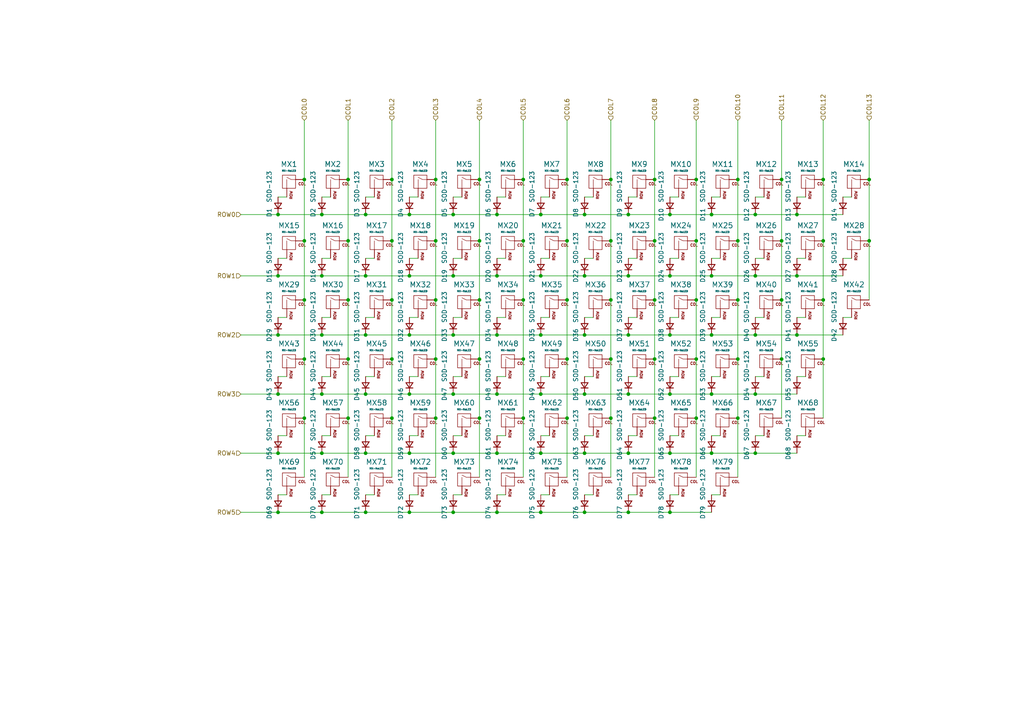
<source format=kicad_sch>
(kicad_sch (version 20230121) (generator eeschema)
  (paper "A4")
  (junction (at 156.845 148.59))
  (junction (at 206.375 62.23))
  (junction (at 100.965 104.14))
  (junction (at 113.665 69.85))
  (junction (at 189.865 69.85))
  (junction (at 80.645 131.445))
  (junction (at 164.465 69.85))
  (junction (at 118.745 80.01))
  (junction (at 206.375 97.155))
  (junction (at 80.645 97.155))
  (junction (at 126.365 86.995))
  (junction (at 151.765 52.07))
  (junction (at 93.345 97.155))
  (junction (at 93.345 114.3))
  (junction (at 177.165 121.285))
  (junction (at 182.245 62.23))
  (junction (at 93.345 62.23))
  (junction (at 106.045 114.3))
  (junction (at 219.075 131.445))
  (junction (at 189.865 86.995))
  (junction (at 80.645 114.3))
  (junction (at 144.145 80.01))
  (junction (at 177.165 104.14))
  (junction (at 144.145 148.59))
  (junction (at 156.845 114.3))
  (junction (at 139.065 86.995))
  (junction (at 231.14 97.155))
  (junction (at 213.995 69.85))
  (junction (at 131.445 148.59))
  (junction (at 144.145 131.445))
  (junction (at 106.045 62.23))
  (junction (at 131.445 80.01))
  (junction (at 182.245 114.3))
  (junction (at 206.375 114.3))
  (junction (at 93.345 80.01))
  (junction (at 189.865 52.07))
  (junction (at 113.665 86.995))
  (junction (at 169.545 114.3))
  (junction (at 113.665 121.285))
  (junction (at 201.93 69.85))
  (junction (at 88.265 86.995))
  (junction (at 118.745 97.155))
  (junction (at 118.745 114.3))
  (junction (at 113.665 52.07))
  (junction (at 139.065 104.14))
  (junction (at 126.365 52.07))
  (junction (at 100.965 121.285))
  (junction (at 201.93 52.07))
  (junction (at 106.045 97.155))
  (junction (at 213.995 121.285))
  (junction (at 80.645 148.59))
  (junction (at 131.445 97.155))
  (junction (at 156.845 97.155))
  (junction (at 226.695 104.14))
  (junction (at 252.095 52.07))
  (junction (at 238.76 104.14))
  (junction (at 252.095 69.85))
  (junction (at 238.76 69.85))
  (junction (at 131.445 62.23))
  (junction (at 144.145 62.23))
  (junction (at 194.31 131.445))
  (junction (at 226.695 69.85))
  (junction (at 131.445 131.445))
  (junction (at 238.76 52.07))
  (junction (at 189.865 121.285))
  (junction (at 219.075 62.23))
  (junction (at 118.745 131.445))
  (junction (at 213.995 86.995))
  (junction (at 80.645 62.23))
  (junction (at 93.345 131.445))
  (junction (at 88.265 52.07))
  (junction (at 194.31 148.59))
  (junction (at 201.93 86.995))
  (junction (at 189.865 104.14))
  (junction (at 144.145 97.155))
  (junction (at 231.14 62.23))
  (junction (at 219.075 114.3))
  (junction (at 139.065 121.285))
  (junction (at 219.075 80.01))
  (junction (at 126.365 104.14))
  (junction (at 106.045 131.445))
  (junction (at 80.645 80.01))
  (junction (at 169.545 148.59))
  (junction (at 139.065 69.85))
  (junction (at 177.165 86.995))
  (junction (at 106.045 148.59))
  (junction (at 164.465 104.14))
  (junction (at 126.365 121.285))
  (junction (at 219.075 97.155))
  (junction (at 182.245 80.01))
  (junction (at 156.845 80.01))
  (junction (at 194.31 80.01))
  (junction (at 213.995 104.14))
  (junction (at 164.465 86.995))
  (junction (at 151.765 121.285))
  (junction (at 169.545 131.445))
  (junction (at 164.465 121.285))
  (junction (at 177.165 69.85))
  (junction (at 88.265 121.285))
  (junction (at 151.765 104.14))
  (junction (at 100.965 52.07))
  (junction (at 144.145 114.3))
  (junction (at 93.345 148.59))
  (junction (at 131.445 114.3))
  (junction (at 169.545 62.23))
  (junction (at 182.245 131.445))
  (junction (at 88.265 104.14))
  (junction (at 206.375 131.445))
  (junction (at 177.165 52.07))
  (junction (at 226.695 52.07))
  (junction (at 194.31 97.155))
  (junction (at 201.93 104.14))
  (junction (at 182.245 148.59))
  (junction (at 113.665 104.14))
  (junction (at 151.765 69.85))
  (junction (at 164.465 52.07))
  (junction (at 88.265 69.85))
  (junction (at 169.545 80.01))
  (junction (at 151.765 86.995))
  (junction (at 238.76 86.995))
  (junction (at 100.965 86.995))
  (junction (at 118.745 148.59))
  (junction (at 156.845 62.23))
  (junction (at 226.695 86.995))
  (junction (at 201.93 121.285))
  (junction (at 194.31 62.23))
  (junction (at 100.965 69.85))
  (junction (at 106.045 80.01))
  (junction (at 169.545 97.155))
  (junction (at 118.745 62.23))
  (junction (at 182.245 97.155))
  (junction (at 194.31 114.3))
  (junction (at 206.375 80.01))
  (junction (at 139.065 52.07))
  (junction (at 231.14 80.01))
  (junction (at 213.995 52.07))
  (junction (at 156.845 131.445))
  (junction (at 126.365 69.85))
  (wire (pts (xy 93.345 74.93) (xy 95.885 74.93)))
  (wire (pts (xy 88.265 52.07) (xy 88.265 69.85)))
  (wire (pts (xy 131.445 131.445) (xy 144.145 131.445)))
  (wire (pts (xy 156.845 109.22) (xy 159.385 109.22)))
  (wire (pts (xy 226.695 34.925) (xy 226.695 52.07)))
  (wire (pts (xy 131.445 126.365) (xy 133.985 126.365)))
  (wire (pts (xy 169.545 126.365) (xy 172.085 126.365)))
  (wire (pts (xy 144.145 62.23) (xy 156.845 62.23)))
  (wire (pts (xy 93.345 143.51) (xy 95.885 143.51)))
  (wire (pts (xy 118.745 92.075) (xy 121.285 92.075)))
  (wire (pts (xy 144.145 97.155) (xy 156.845 97.155)))
  (wire (pts (xy 177.165 104.14) (xy 177.165 121.285)))
  (wire (pts (xy 113.665 52.07) (xy 113.665 69.85)))
  (wire (pts (xy 206.375 126.365) (xy 208.915 126.365)))
  (wire (pts (xy 231.14 126.365) (xy 233.68 126.365)))
  (wire (pts (xy 80.645 114.3) (xy 93.345 114.3)))
  (wire (pts (xy 106.045 143.51) (xy 108.585 143.51)))
  (wire (pts (xy 182.245 114.3) (xy 194.31 114.3)))
  (wire (pts (xy 93.345 97.155) (xy 106.045 97.155)))
  (wire (pts (xy 126.365 52.07) (xy 126.365 69.85)))
  (wire (pts (xy 113.665 104.14) (xy 113.665 121.285)))
  (wire (pts (xy 131.445 97.155) (xy 144.145 97.155)))
  (wire (pts (xy 194.31 57.15) (xy 196.85 57.15)))
  (wire (pts (xy 219.075 57.15) (xy 221.615 57.15)))
  (wire (pts (xy 156.845 97.155) (xy 169.545 97.155)))
  (wire (pts (xy 182.245 126.365) (xy 184.785 126.365)))
  (wire (pts (xy 88.265 104.14) (xy 88.265 121.285)))
  (wire (pts (xy 156.845 74.93) (xy 159.385 74.93)))
  (wire (pts (xy 182.245 143.51) (xy 184.785 143.51)))
  (wire (pts (xy 106.045 148.59) (xy 118.745 148.59)))
  (wire (pts (xy 189.865 34.925) (xy 189.865 52.07)))
  (wire (pts (xy 201.93 69.85) (xy 201.93 86.995)))
  (wire (pts (xy 169.545 62.23) (xy 182.245 62.23)))
  (wire (pts (xy 244.475 57.15) (xy 247.015 57.15)))
  (wire (pts (xy 219.075 74.93) (xy 221.615 74.93)))
  (wire (pts (xy 177.165 121.285) (xy 177.165 138.43)))
  (wire (pts (xy 118.745 80.01) (xy 131.445 80.01)))
  (wire (pts (xy 177.165 52.07) (xy 177.165 69.85)))
  (wire (pts (xy 126.365 69.85) (xy 126.365 86.995)))
  (wire (pts (xy 238.76 104.14) (xy 238.76 121.285)))
  (wire (pts (xy 100.965 104.14) (xy 100.965 121.285)))
  (wire (pts (xy 219.075 109.22) (xy 221.615 109.22)))
  (wire (pts (xy 164.465 86.995) (xy 164.465 104.14)))
  (wire (pts (xy 189.865 86.995) (xy 189.865 104.14)))
  (wire (pts (xy 213.995 69.85) (xy 213.995 86.995)))
  (wire (pts (xy 88.265 121.285) (xy 88.265 138.43)))
  (wire (pts (xy 88.265 69.85) (xy 88.265 86.995)))
  (wire (pts (xy 144.145 57.15) (xy 146.685 57.15)))
  (wire (pts (xy 156.845 148.59) (xy 169.545 148.59)))
  (wire (pts (xy 139.065 34.925) (xy 139.065 52.07)))
  (wire (pts (xy 144.145 92.075) (xy 146.685 92.075)))
  (wire (pts (xy 80.645 126.365) (xy 83.185 126.365)))
  (wire (pts (xy 189.865 69.85) (xy 189.865 86.995)))
  (wire (pts (xy 231.14 62.23) (xy 244.475 62.23)))
  (wire (pts (xy 139.065 52.07) (xy 139.065 69.85)))
  (wire (pts (xy 194.31 131.445) (xy 206.375 131.445)))
  (wire (pts (xy 106.045 57.15) (xy 108.585 57.15)))
  (wire (pts (xy 189.865 52.07) (xy 189.865 69.85)))
  (wire (pts (xy 93.345 80.01) (xy 106.045 80.01)))
  (wire (pts (xy 118.745 62.23) (xy 131.445 62.23)))
  (wire (pts (xy 126.365 104.14) (xy 126.365 121.285)))
  (wire (pts (xy 69.85 114.3) (xy 80.645 114.3)))
  (wire (pts (xy 238.76 86.995) (xy 238.76 104.14)))
  (wire (pts (xy 118.745 74.93) (xy 121.285 74.93)))
  (wire (pts (xy 164.465 52.07) (xy 164.465 69.85)))
  (wire (pts (xy 93.345 131.445) (xy 106.045 131.445)))
  (wire (pts (xy 106.045 92.075) (xy 108.585 92.075)))
  (wire (pts (xy 169.545 74.93) (xy 172.085 74.93)))
  (wire (pts (xy 164.465 104.14) (xy 164.465 121.285)))
  (wire (pts (xy 206.375 109.22) (xy 208.915 109.22)))
  (wire (pts (xy 80.645 97.155) (xy 93.345 97.155)))
  (wire (pts (xy 131.445 74.93) (xy 133.985 74.93)))
  (wire (pts (xy 169.545 109.22) (xy 172.085 109.22)))
  (wire (pts (xy 182.245 74.93) (xy 184.785 74.93)))
  (wire (pts (xy 219.075 114.3) (xy 231.14 114.3)))
  (wire (pts (xy 156.845 80.01) (xy 169.545 80.01)))
  (wire (pts (xy 206.375 74.93) (xy 208.915 74.93)))
  (wire (pts (xy 206.375 92.075) (xy 208.915 92.075)))
  (wire (pts (xy 139.065 121.285) (xy 139.065 138.43)))
  (wire (pts (xy 201.93 52.07) (xy 201.93 69.85)))
  (wire (pts (xy 194.31 126.365) (xy 196.85 126.365)))
  (wire (pts (xy 106.045 109.22) (xy 108.585 109.22)))
  (wire (pts (xy 118.745 126.365) (xy 121.285 126.365)))
  (wire (pts (xy 144.145 126.365) (xy 146.685 126.365)))
  (wire (pts (xy 189.865 104.14) (xy 189.865 121.285)))
  (wire (pts (xy 169.545 57.15) (xy 172.085 57.15)))
  (wire (pts (xy 164.465 69.85) (xy 164.465 86.995)))
  (wire (pts (xy 80.645 109.22) (xy 83.185 109.22)))
  (wire (pts (xy 118.745 148.59) (xy 131.445 148.59)))
  (wire (pts (xy 131.445 57.15) (xy 133.985 57.15)))
  (wire (pts (xy 113.665 86.995) (xy 113.665 104.14)))
  (wire (pts (xy 131.445 80.01) (xy 144.145 80.01)))
  (wire (pts (xy 131.445 114.3) (xy 144.145 114.3)))
  (wire (pts (xy 213.995 121.285) (xy 213.995 138.43)))
  (wire (pts (xy 151.765 69.85) (xy 151.765 86.995)))
  (wire (pts (xy 219.075 126.365) (xy 221.615 126.365)))
  (wire (pts (xy 106.045 97.155) (xy 118.745 97.155)))
  (wire (pts (xy 231.14 80.01) (xy 244.475 80.01)))
  (wire (pts (xy 118.745 97.155) (xy 131.445 97.155)))
  (wire (pts (xy 80.645 131.445) (xy 93.345 131.445)))
  (wire (pts (xy 182.245 62.23) (xy 194.31 62.23)))
  (wire (pts (xy 156.845 126.365) (xy 159.385 126.365)))
  (wire (pts (xy 139.065 69.85) (xy 139.065 86.995)))
  (wire (pts (xy 100.965 34.925) (xy 100.965 52.07)))
  (wire (pts (xy 177.165 69.85) (xy 177.165 86.995)))
  (wire (pts (xy 194.31 92.075) (xy 196.85 92.075)))
  (wire (pts (xy 113.665 34.925) (xy 113.665 52.07)))
  (wire (pts (xy 182.245 57.15) (xy 184.785 57.15)))
  (wire (pts (xy 100.965 69.85) (xy 100.965 86.995)))
  (wire (pts (xy 126.365 86.995) (xy 126.365 104.14)))
  (wire (pts (xy 206.375 80.01) (xy 219.075 80.01)))
  (wire (pts (xy 100.965 121.285) (xy 100.965 138.43)))
  (wire (pts (xy 69.85 97.155) (xy 80.645 97.155)))
  (wire (pts (xy 106.045 114.3) (xy 118.745 114.3)))
  (wire (pts (xy 177.165 34.925) (xy 177.165 52.07)))
  (wire (pts (xy 100.965 86.995) (xy 100.965 104.14)))
  (wire (pts (xy 131.445 92.075) (xy 133.985 92.075)))
  (wire (pts (xy 189.865 121.285) (xy 189.865 138.43)))
  (wire (pts (xy 93.345 148.59) (xy 106.045 148.59)))
  (wire (pts (xy 151.765 34.925) (xy 151.765 52.07)))
  (wire (pts (xy 231.14 97.155) (xy 244.475 97.155)))
  (wire (pts (xy 80.645 80.01) (xy 93.345 80.01)))
  (wire (pts (xy 231.14 74.93) (xy 233.68 74.93)))
  (wire (pts (xy 144.145 143.51) (xy 146.685 143.51)))
  (wire (pts (xy 164.465 34.925) (xy 164.465 52.07)))
  (wire (pts (xy 69.85 148.59) (xy 80.645 148.59)))
  (wire (pts (xy 244.475 92.075) (xy 247.015 92.075)))
  (wire (pts (xy 231.14 57.15) (xy 233.68 57.15)))
  (wire (pts (xy 182.245 97.155) (xy 194.31 97.155)))
  (wire (pts (xy 194.31 148.59) (xy 206.375 148.59)))
  (wire (pts (xy 126.365 121.285) (xy 126.365 138.43)))
  (wire (pts (xy 182.245 80.01) (xy 194.31 80.01)))
  (wire (pts (xy 238.76 34.925) (xy 238.76 52.07)))
  (wire (pts (xy 156.845 143.51) (xy 159.385 143.51)))
  (wire (pts (xy 118.745 109.22) (xy 121.285 109.22)))
  (wire (pts (xy 131.445 109.22) (xy 133.985 109.22)))
  (wire (pts (xy 219.075 97.155) (xy 231.14 97.155)))
  (wire (pts (xy 226.695 52.07) (xy 226.695 69.85)))
  (wire (pts (xy 144.145 131.445) (xy 156.845 131.445)))
  (wire (pts (xy 118.745 131.445) (xy 131.445 131.445)))
  (wire (pts (xy 139.065 104.14) (xy 139.065 121.285)))
  (wire (pts (xy 106.045 74.93) (xy 108.585 74.93)))
  (wire (pts (xy 219.075 80.01) (xy 231.14 80.01)))
  (wire (pts (xy 156.845 62.23) (xy 169.545 62.23)))
  (wire (pts (xy 151.765 52.07) (xy 151.765 69.85)))
  (wire (pts (xy 151.765 86.995) (xy 151.765 104.14)))
  (wire (pts (xy 206.375 57.15) (xy 208.915 57.15)))
  (wire (pts (xy 169.545 131.445) (xy 182.245 131.445)))
  (wire (pts (xy 206.375 97.155) (xy 219.075 97.155)))
  (wire (pts (xy 201.93 104.14) (xy 201.93 121.285)))
  (wire (pts (xy 206.375 131.445) (xy 219.075 131.445)))
  (wire (pts (xy 182.245 109.22) (xy 184.785 109.22)))
  (wire (pts (xy 194.31 109.22) (xy 196.85 109.22)))
  (wire (pts (xy 169.545 97.155) (xy 182.245 97.155)))
  (wire (pts (xy 164.465 121.285) (xy 164.465 138.43)))
  (wire (pts (xy 194.31 143.51) (xy 196.85 143.51)))
  (wire (pts (xy 244.475 74.93) (xy 247.015 74.93)))
  (wire (pts (xy 213.995 34.925) (xy 213.995 52.07)))
  (wire (pts (xy 131.445 62.23) (xy 144.145 62.23)))
  (wire (pts (xy 88.265 86.995) (xy 88.265 104.14)))
  (wire (pts (xy 88.265 34.925) (xy 88.265 52.07)))
  (wire (pts (xy 151.765 104.14) (xy 151.765 121.285)))
  (wire (pts (xy 131.445 148.59) (xy 144.145 148.59)))
  (wire (pts (xy 194.31 97.155) (xy 206.375 97.155)))
  (wire (pts (xy 118.745 57.15) (xy 121.285 57.15)))
  (wire (pts (xy 231.14 109.22) (xy 233.68 109.22)))
  (wire (pts (xy 139.065 86.995) (xy 139.065 104.14)))
  (wire (pts (xy 206.375 143.51) (xy 208.915 143.51)))
  (wire (pts (xy 106.045 126.365) (xy 108.585 126.365)))
  (wire (pts (xy 106.045 62.23) (xy 118.745 62.23)))
  (wire (pts (xy 213.995 86.995) (xy 213.995 104.14)))
  (wire (pts (xy 100.965 52.07) (xy 100.965 69.85)))
  (wire (pts (xy 156.845 57.15) (xy 159.385 57.15)))
  (wire (pts (xy 194.31 80.01) (xy 206.375 80.01)))
  (wire (pts (xy 93.345 114.3) (xy 106.045 114.3)))
  (wire (pts (xy 156.845 131.445) (xy 169.545 131.445)))
  (wire (pts (xy 144.145 109.22) (xy 146.685 109.22)))
  (wire (pts (xy 80.645 74.93) (xy 83.185 74.93)))
  (wire (pts (xy 93.345 109.22) (xy 95.885 109.22)))
  (wire (pts (xy 231.14 92.075) (xy 233.68 92.075)))
  (wire (pts (xy 169.545 92.075) (xy 172.085 92.075)))
  (wire (pts (xy 106.045 80.01) (xy 118.745 80.01)))
  (wire (pts (xy 93.345 92.075) (xy 95.885 92.075)))
  (wire (pts (xy 113.665 121.285) (xy 113.665 138.43)))
  (wire (pts (xy 182.245 92.075) (xy 184.785 92.075)))
  (wire (pts (xy 177.165 86.995) (xy 177.165 104.14)))
  (wire (pts (xy 144.145 114.3) (xy 156.845 114.3)))
  (wire (pts (xy 69.85 62.23) (xy 80.645 62.23)))
  (wire (pts (xy 206.375 62.23) (xy 219.075 62.23)))
  (wire (pts (xy 182.245 148.59) (xy 194.31 148.59)))
  (wire (pts (xy 80.645 143.51) (xy 83.185 143.51)))
  (wire (pts (xy 156.845 92.075) (xy 159.385 92.075)))
  (wire (pts (xy 113.665 69.85) (xy 113.665 86.995)))
  (wire (pts (xy 219.075 62.23) (xy 231.14 62.23)))
  (wire (pts (xy 194.31 74.93) (xy 196.85 74.93)))
  (wire (pts (xy 69.85 80.01) (xy 80.645 80.01)))
  (wire (pts (xy 118.745 143.51) (xy 121.285 143.51)))
  (wire (pts (xy 126.365 34.925) (xy 126.365 52.07)))
  (wire (pts (xy 201.93 34.925) (xy 201.93 52.07)))
  (wire (pts (xy 226.695 104.14) (xy 226.695 121.285)))
  (wire (pts (xy 194.31 62.23) (xy 206.375 62.23)))
  (wire (pts (xy 226.695 86.995) (xy 226.695 104.14)))
  (wire (pts (xy 144.145 80.01) (xy 156.845 80.01)))
  (wire (pts (xy 213.995 104.14) (xy 213.995 121.285)))
  (wire (pts (xy 219.075 131.445) (xy 231.14 131.445)))
  (wire (pts (xy 118.745 114.3) (xy 131.445 114.3)))
  (wire (pts (xy 80.645 92.075) (xy 83.185 92.075)))
  (wire (pts (xy 69.85 131.445) (xy 80.645 131.445)))
  (wire (pts (xy 226.695 69.85) (xy 226.695 86.995)))
  (wire (pts (xy 206.375 114.3) (xy 219.075 114.3)))
  (wire (pts (xy 169.545 148.59) (xy 182.245 148.59)))
  (wire (pts (xy 106.045 131.445) (xy 118.745 131.445)))
  (wire (pts (xy 169.545 143.51) (xy 172.085 143.51)))
  (wire (pts (xy 93.345 57.15) (xy 95.885 57.15)))
  (wire (pts (xy 80.645 148.59) (xy 93.345 148.59)))
  (wire (pts (xy 93.345 126.365) (xy 95.885 126.365)))
  (wire (pts (xy 252.095 52.07) (xy 252.095 69.85)))
  (wire (pts (xy 93.345 62.23) (xy 106.045 62.23)))
  (wire (pts (xy 144.145 74.93) (xy 146.685 74.93)))
  (wire (pts (xy 238.76 69.85) (xy 238.76 86.995)))
  (wire (pts (xy 80.645 62.23) (xy 93.345 62.23)))
  (wire (pts (xy 238.76 52.07) (xy 238.76 69.85)))
  (wire (pts (xy 252.095 34.925) (xy 252.095 52.07)))
  (wire (pts (xy 219.075 92.075) (xy 221.615 92.075)))
  (wire (pts (xy 252.095 69.85) (xy 252.095 86.995)))
  (wire (pts (xy 156.845 114.3) (xy 169.545 114.3)))
  (wire (pts (xy 144.145 148.59) (xy 156.845 148.59)))
  (wire (pts (xy 182.245 131.445) (xy 194.31 131.445)))
  (wire (pts (xy 80.645 57.15) (xy 83.185 57.15)))
  (wire (pts (xy 169.545 80.01) (xy 182.245 80.01)))
  (wire (pts (xy 201.93 86.995) (xy 201.93 104.14)))
  (wire (pts (xy 151.765 121.285) (xy 151.765 138.43)))
  (wire (pts (xy 169.545 114.3) (xy 182.245 114.3)))
  (wire (pts (xy 194.31 114.3) (xy 206.375 114.3)))
  (wire (pts (xy 131.445 143.51) (xy 133.985 143.51)))
  (wire (pts (xy 201.93 121.285) (xy 201.93 138.43)))
  (wire (pts (xy 213.995 52.07) (xy 213.995 69.85)))
  (hierarchical_label "COL13" (shape input) (at 252.095 34.925 90))
  (hierarchical_label "COL12" (shape input) (at 238.76 34.925 90))
  (hierarchical_label "COL2" (shape input) (at 113.665 34.925 90))
  (hierarchical_label "ROW4" (shape input) (at 69.85 131.445 180))
  (hierarchical_label "COL3" (shape input) (at 126.365 34.925 90))
  (hierarchical_label "COL10" (shape input) (at 213.995 34.925 90))
  (hierarchical_label "COL4" (shape input) (at 139.065 34.925 90))
  (hierarchical_label "COL6" (shape input) (at 164.465 34.925 90))
  (hierarchical_label "COL9" (shape input) (at 201.93 34.925 90))
  (hierarchical_label "COL5" (shape input) (at 151.765 34.925 90))
  (hierarchical_label "ROW3" (shape input) (at 69.85 114.3 180))
  (hierarchical_label "ROW5" (shape input) (at 69.85 148.59 180))
  (hierarchical_label "COL0" (shape input) (at 88.265 34.925 90))
  (hierarchical_label "COL7" (shape input) (at 177.165 34.925 90))
  (hierarchical_label "ROW1" (shape input) (at 69.85 80.01 180))
  (hierarchical_label "COL1" (shape input) (at 100.965 34.925 90))
  (hierarchical_label "COL11" (shape input) (at 226.695 34.925 90))
  (hierarchical_label "ROW2" (shape input) (at 69.85 97.155 180))
  (hierarchical_label "ROW0" (shape input) (at 69.85 62.23 180))
  (hierarchical_label "COL8" (shape input) (at 189.865 34.925 90))
  (symbol (lib_id "MX_Alps_Hybrid:MX-NoLED") (at 135.255 71.12 0) (unit 1)
    (property "Reference" "MX19" (at 134.62 65.405 0) (effects (font (size 1.524 1.524))))
    (property "Value" "MX-NoLED" (at 134.62 67.31 0) (effects (font (size 0.508 0.508))))
    (property "Footprint" "MX_Alps_Hybrid:MX-1U-NoLED" (effects hide))
    (instances (project "Keyboard_v1" (path "" (reference "MX19") (unit 1)) (path "" (reference "MX26") (unit 1))))
  )
  (symbol (lib_id "Device:D_Small") (at 206.375 128.905 90) (unit 1)
    (property "Reference" "D66" (at 203.835 129.54 0) (effects (justify right)))
    (property "Value" "SOD-123" (at 203.835 118.745 0) (effects (justify right)))
    (property "Footprint" "Diode_SMD:D_SOD-123" (effects hide))
    (property "Sim.Device" "D" (effects hide))
    (property "Sim.Pins" "1=K 2=A" (effects hide))
    (instances (project "Keyboard_v1" (path "" (reference "D66") (unit 1)) (path "" (reference "D65") (unit 1))))
  )
  (symbol (lib_id "Device:D_Small") (at 93.345 59.69 90) (unit 1)
    (property "Reference" "D2" (at 90.805 60.325 0) (effects (justify right)))
    (property "Value" "SOD-123" (at 90.805 49.53 0) (effects (justify right)))
    (property "Footprint" "Diode_SMD:D_SOD-123" (effects hide))
    (property "Sim.Device" "D" (effects hide))
    (property "Sim.Pins" "1=K 2=A" (effects hide))
    (instances (project "Keyboard_v1" (path "" (reference "D2") (unit 1)) (path "" (reference "D7") (unit 1))))
  )
  (symbol (lib_id "Device:D_Small") (at 231.14 77.47 90) (unit 1)
    (property "Reference" "D27" (at 228.6 78.105 0) (effects (justify right)))
    (property "Value" "SOD-123" (at 228.6 67.31 0) (effects (justify right)))
    (property "Footprint" "Diode_SMD:D_SOD-123" (effects hide))
    (property "Sim.Device" "D" (effects hide))
    (property "Sim.Pins" "1=K 2=A" (effects hide))
    (instances (project "Keyboard_v1" (path "" (reference "D27") (unit 1)) (path "" (reference "D73") (unit 1))))
  )
  (symbol (lib_id "MX_Alps_Hybrid:MX-NoLED") (at 84.455 139.7 0) (unit 1)
    (property "Reference" "MX69" (at 83.82 133.985 0) (effects (font (size 1.524 1.524))))
    (property "Value" "MX-NoLED" (at 83.82 135.89 0) (effects (font (size 0.508 0.508))))
    (property "Footprint" "MX_Alps_Hybrid:MX-1U-NoLED" (effects hide))
    (instances (project "Keyboard_v1" (path "" (reference "MX69") (unit 1)) (path "" (reference "MX6") (unit 1))))
  )
  (symbol (lib_id "Device:D_Small") (at 106.045 111.76 90) (unit 1)
    (property "Reference" "D45" (at 103.505 112.395 0) (effects (justify right)))
    (property "Value" "SOD-123" (at 103.505 101.6 0) (effects (justify right)))
    (property "Footprint" "Diode_SMD:D_SOD-123" (effects hide))
    (property "Sim.Device" "D" (effects hide))
    (property "Sim.Pins" "1=K 2=A" (effects hide))
    (instances (project "Keyboard_v1" (path "" (reference "D45") (unit 1)) (path "" (reference "D16") (unit 1))))
  )
  (symbol (lib_id "Device:D_Small") (at 80.645 146.05 90) (unit 1)
    (property "Reference" "D69" (at 78.105 146.685 0) (effects (justify right)))
    (property "Value" "SOD-123" (at 78.105 135.89 0) (effects (justify right)))
    (property "Footprint" "Diode_SMD:D_SOD-123" (effects hide))
    (property "Sim.Device" "D" (effects hide))
    (property "Sim.Pins" "1=K 2=A" (effects hide))
    (instances (project "Keyboard_v1" (path "" (reference "D69") (unit 1)) (path "" (reference "D6") (unit 1))))
  )
  (symbol (lib_id "MX_Alps_Hybrid:MX-NoLED") (at 97.155 88.265 0) (unit 1)
    (property "Reference" "MX30" (at 96.52 82.55 0) (effects (font (size 1.524 1.524))))
    (property "Value" "MX-NoLED" (at 96.52 84.455 0) (effects (font (size 0.508 0.508))))
    (property "Footprint" "MX_Alps_Hybrid:MX-1U-NoLED" (effects hide))
    (instances (project "Keyboard_v1" (path "" (reference "MX30") (unit 1)) (path "" (reference "MX9") (unit 1))))
  )
  (symbol (lib_id "Device:D_Small") (at 194.31 59.69 90) (unit 1)
    (property "Reference" "D10" (at 191.77 60.325 0) (effects (justify right)))
    (property "Value" "SOD-123" (at 191.77 49.53 0) (effects (justify right)))
    (property "Footprint" "Diode_SMD:D_SOD-123" (effects hide))
    (property "Sim.Device" "D" (effects hide))
    (property "Sim.Pins" "1=K 2=A" (effects hide))
    (instances (project "Keyboard_v1" (path "" (reference "D10") (unit 1)) (path "" (reference "D55") (unit 1))))
  )
  (symbol (lib_id "MX_Alps_Hybrid:MX-NoLED") (at 186.055 105.41 0) (unit 1)
    (property "Reference" "MX51" (at 185.42 99.695 0) (effects (font (size 1.524 1.524))))
    (property "Value" "MX-NoLED" (at 185.42 101.6 0) (effects (font (size 0.508 0.508))))
    (property "Footprint" "MX_Alps_Hybrid:MX-1U-NoLED" (effects hide))
    (instances (project "Keyboard_v1" (path "" (reference "MX51") (unit 1)) (path "" (reference "MX52") (unit 1))))
  )
  (symbol (lib_id "Device:D_Small") (at 169.545 111.76 90) (unit 1)
    (property "Reference" "D50" (at 167.005 112.395 0) (effects (justify right)))
    (property "Value" "SOD-123" (at 167.005 101.6 0) (effects (justify right)))
    (property "Footprint" "Diode_SMD:D_SOD-123" (effects hide))
    (property "Sim.Device" "D" (effects hide))
    (property "Sim.Pins" "1=K 2=A" (effects hide))
    (instances (project "Keyboard_v1" (path "" (reference "D50") (unit 1)) (path "" (reference "D46") (unit 1))))
  )
  (symbol (lib_id "Device:D_Small") (at 80.645 59.69 90) (unit 1)
    (property "Reference" "D1" (at 78.105 60.325 0) (effects (justify right)))
    (property "Value" "SOD-123" (at 78.105 49.53 0) (effects (justify right)))
    (property "Footprint" "Diode_SMD:D_SOD-123" (effects hide))
    (property "Sim.Device" "D" (effects hide))
    (property "Sim.Pins" "1=K 2=A" (effects hide))
  )
  (symbol (lib_id "Device:D_Small") (at 219.075 111.76 90) (unit 1)
    (property "Reference" "D54" (at 216.535 112.395 0) (effects (justify right)))
    (property "Value" "SOD-123" (at 216.535 101.6 0) (effects (justify right)))
    (property "Footprint" "Diode_SMD:D_SOD-123" (effects hide))
    (property "Sim.Device" "D" (effects hide))
    (property "Sim.Pins" "1=K 2=A" (effects hide))
    (instances (project "Keyboard_v1" (path "" (reference "D54") (unit 1)) (path "" (reference "D70") (unit 1))))
  )
  (symbol (lib_id "Device:D_Small") (at 106.045 146.05 90) (unit 1)
    (property "Reference" "D71" (at 103.505 146.685 0) (effects (justify right)))
    (property "Value" "SOD-123" (at 103.505 135.89 0) (effects (justify right)))
    (property "Footprint" "Diode_SMD:D_SOD-123" (effects hide))
    (property "Sim.Device" "D" (effects hide))
    (property "Sim.Pins" "1=K 2=A" (effects hide))
    (instances (project "Keyboard_v1" (path "" (reference "D71") (unit 1)) (path "" (reference "D18") (unit 1))))
  )
  (symbol (lib_id "MX_Alps_Hybrid:MX-NoLED") (at 97.155 105.41 0) (unit 1)
    (property "Reference" "MX44" (at 96.52 99.695 0) (effects (font (size 1.524 1.524))))
    (property "Value" "MX-NoLED" (at 96.52 101.6 0) (effects (font (size 0.508 0.508))))
    (property "Footprint" "MX_Alps_Hybrid:MX-1U-NoLED" (effects hide))
    (instances (project "Keyboard_v1" (path "" (reference "MX44") (unit 1)) (path "" (reference "MX10") (unit 1))))
  )
  (symbol (lib_id "MX_Alps_Hybrid:MX-NoLED") (at 173.355 88.265 0) (unit 1)
    (property "Reference" "MX36" (at 172.72 82.55 0) (effects (font (size 1.524 1.524))))
    (property "Value" "MX-NoLED" (at 172.72 84.455 0) (effects (font (size 0.508 0.508))))
    (property "Footprint" "MX_Alps_Hybrid:MX-1U-NoLED" (effects hide))
    (instances (project "Keyboard_v1" (path "" (reference "MX36") (unit 1)) (path "" (reference "MX45") (unit 1))))
  )
  (symbol (lib_id "Device:D_Small") (at 182.245 146.05 90) (unit 1)
    (property "Reference" "D77" (at 179.705 146.685 0) (effects (justify right)))
    (property "Value" "SOD-123" (at 179.705 135.89 0) (effects (justify right)))
    (property "Footprint" "Diode_SMD:D_SOD-123" (effects hide))
    (property "Sim.Device" "D" (effects hide))
    (property "Sim.Pins" "1=K 2=A" (effects hide))
    (instances (project "Keyboard_v1" (path "" (reference "D77") (unit 1)) (path "" (reference "D54") (unit 1))))
  )
  (symbol (lib_id "Device:D_Small") (at 231.14 94.615 90) (unit 1)
    (property "Reference" "D41" (at 228.6 95.25 0) (effects (justify right)))
    (property "Value" "SOD-123" (at 228.6 84.455 0) (effects (justify right)))
    (property "Footprint" "Diode_SMD:D_SOD-123" (effects hide))
    (property "Sim.Device" "D" (effects hide))
    (property "Sim.Pins" "1=K 2=A" (effects hide))
    (instances (project "Keyboard_v1" (path "" (reference "D41") (unit 1)) (path "" (reference "D74") (unit 1))))
  )
  (symbol (lib_id "MX_Alps_Hybrid:MX-NoLED") (at 122.555 88.265 0) (unit 1)
    (property "Reference" "MX32" (at 121.92 82.55 0) (effects (font (size 1.524 1.524))))
    (property "Value" "MX-NoLED" (at 121.92 84.455 0) (effects (font (size 0.508 0.508))))
    (property "Footprint" "MX_Alps_Hybrid:MX-1U-NoLED" (effects hide))
    (instances (project "Keyboard_v1" (path "" (reference "MX32") (unit 1)) (path "" (reference "MX21") (unit 1))))
  )
  (symbol (lib_id "Device:D_Small") (at 80.645 111.76 90) (unit 1)
    (property "Reference" "D43" (at 78.105 112.395 0) (effects (justify right)))
    (property "Value" "SOD-123" (at 78.105 101.6 0) (effects (justify right)))
    (property "Footprint" "Diode_SMD:D_SOD-123" (effects hide))
    (property "Sim.Device" "D" (effects hide))
    (property "Sim.Pins" "1=K 2=A" (effects hide))
    (instances (project "Keyboard_v1" (path "" (reference "D43") (unit 1)) (path "" (reference "D4") (unit 1))))
  )
  (symbol (lib_id "MX_Alps_Hybrid:MX-NoLED") (at 210.185 139.7 0) (unit 1)
    (property "Reference" "MX79" (at 209.55 133.985 0) (effects (font (size 1.524 1.524))))
    (property "Value" "MX-NoLED" (at 209.55 135.89 0) (effects (font (size 0.508 0.508))))
    (property "Footprint" "MX_Alps_Hybrid:MX-1U-NoLED" (effects hide))
    (instances (project "Keyboard_v1" (path "" (reference "MX79") (unit 1)) (path "" (reference "MX66") (unit 1))))
  )
  (symbol (lib_id "Device:D_Small") (at 169.545 77.47 90) (unit 1)
    (property "Reference" "D22" (at 167.005 78.105 0) (effects (justify right)))
    (property "Value" "SOD-123" (at 167.005 67.31 0) (effects (justify right)))
    (property "Footprint" "Diode_SMD:D_SOD-123" (effects hide))
    (property "Sim.Device" "D" (effects hide))
    (property "Sim.Pins" "1=K 2=A" (effects hide))
    (instances (project "Keyboard_v1" (path "" (reference "D22") (unit 1)) (path "" (reference "D44") (unit 1))))
  )
  (symbol (lib_id "MX_Alps_Hybrid:MX-NoLED") (at 186.055 71.12 0) (unit 1)
    (property "Reference" "MX23" (at 185.42 65.405 0) (effects (font (size 1.524 1.524))))
    (property "Value" "MX-NoLED" (at 185.42 67.31 0) (effects (font (size 0.508 0.508))))
    (property "Footprint" "MX_Alps_Hybrid:MX-1U-NoLED" (effects hide))
    (instances (project "Keyboard_v1" (path "" (reference "MX23") (unit 1)) (path "" (reference "MX50") (unit 1))))
  )
  (symbol (lib_id "MX_Alps_Hybrid:MX-NoLED") (at 97.155 122.555 0) (unit 1)
    (property "Reference" "MX57" (at 96.52 116.84 0) (effects (font (size 1.524 1.524))))
    (property "Value" "MX-NoLED" (at 96.52 118.745 0) (effects (font (size 0.508 0.508))))
    (property "Footprint" "MX_Alps_Hybrid:MX-1U-NoLED" (effects hide))
    (instances (project "Keyboard_v1" (path "" (reference "MX57") (unit 1)) (path "" (reference "MX11") (unit 1))))
  )
  (symbol (lib_id "MX_Alps_Hybrid:MX-NoLED") (at 198.12 71.12 0) (unit 1)
    (property "Reference" "MX24" (at 197.485 65.405 0) (effects (font (size 1.524 1.524))))
    (property "Value" "MX-NoLED" (at 197.485 67.31 0) (effects (font (size 0.508 0.508))))
    (property "Footprint" "MX_Alps_Hybrid:MX-1U-NoLED" (effects hide))
    (instances (project "Keyboard_v1" (path "" (reference "MX24") (unit 1)) (path "" (reference "MX56") (unit 1))))
  )
  (symbol (lib_id "MX_Alps_Hybrid:MX-NoLED") (at 109.855 139.7 0) (unit 1)
    (property "Reference" "MX71" (at 109.22 133.985 0) (effects (font (size 1.524 1.524))))
    (property "Value" "MX-NoLED" (at 109.22 135.89 0) (effects (font (size 0.508 0.508))))
    (property "Footprint" "MX_Alps_Hybrid:MX-1U-NoLED" (effects hide))
    (instances (project "Keyboard_v1" (path "" (reference "MX71") (unit 1)) (path "" (reference "MX18") (unit 1))))
  )
  (symbol (lib_id "Device:D_Small") (at 182.245 59.69 90) (unit 1)
    (property "Reference" "D9" (at 179.705 60.325 0) (effects (justify right)))
    (property "Value" "SOD-123" (at 179.705 49.53 0) (effects (justify right)))
    (property "Footprint" "Diode_SMD:D_SOD-123" (effects hide))
    (property "Sim.Device" "D" (effects hide))
    (property "Sim.Pins" "1=K 2=A" (effects hide))
    (instances (project "Keyboard_v1" (path "" (reference "D9") (unit 1)) (path "" (reference "D49") (unit 1))))
  )
  (symbol (lib_id "MX_Alps_Hybrid:MX-NoLED") (at 160.655 71.12 0) (unit 1)
    (property "Reference" "MX21" (at 160.02 65.405 0) (effects (font (size 1.524 1.524))))
    (property "Value" "MX-NoLED" (at 160.02 67.31 0) (effects (font (size 0.508 0.508))))
    (property "Footprint" "MX_Alps_Hybrid:MX-1U-NoLED" (effects hide))
    (instances (project "Keyboard_v1" (path "" (reference "MX21") (unit 1)) (path "" (reference "MX38") (unit 1))))
  )
  (symbol (lib_id "Device:D_Small") (at 131.445 59.69 90) (unit 1)
    (property "Reference" "D5" (at 128.905 60.325 0) (effects (justify right)))
    (property "Value" "SOD-123" (at 128.905 49.53 0) (effects (justify right)))
    (property "Footprint" "Diode_SMD:D_SOD-123" (effects hide))
    (property "Sim.Device" "D" (effects hide))
    (property "Sim.Pins" "1=K 2=A" (effects hide))
    (instances (project "Keyboard_v1" (path "" (reference "D5") (unit 1)) (path "" (reference "D25") (unit 1))))
  )
  (symbol (lib_id "Device:D_Small") (at 219.075 94.615 90) (unit 1)
    (property "Reference" "D40" (at 216.535 95.25 0) (effects (justify right)))
    (property "Value" "SOD-123" (at 216.535 84.455 0) (effects (justify right)))
    (property "Footprint" "Diode_SMD:D_SOD-123" (effects hide))
    (property "Sim.Device" "D" (effects hide))
    (property "Sim.Pins" "1=K 2=A" (effects hide))
    (instances (project "Keyboard_v1" (path "" (reference "D40") (unit 1)) (path "" (reference "D69") (unit 1))))
  )
  (symbol (lib_id "Device:D_Small") (at 118.745 111.76 90) (unit 1)
    (property "Reference" "D46" (at 116.205 112.395 0) (effects (justify right)))
    (property "Value" "SOD-123" (at 116.205 101.6 0) (effects (justify right)))
    (property "Footprint" "Diode_SMD:D_SOD-123" (effects hide))
    (property "Sim.Device" "D" (effects hide))
    (property "Sim.Pins" "1=K 2=A" (effects hide))
    (instances (project "Keyboard_v1" (path "" (reference "D46") (unit 1)) (path "" (reference "D22") (unit 1))))
  )
  (symbol (lib_id "MX_Alps_Hybrid:MX-NoLED") (at 234.95 105.41 0) (unit 1)
    (property "Reference" "MX55" (at 234.315 99.695 0) (effects (font (size 1.524 1.524))))
    (property "Value" "MX-NoLED" (at 234.315 101.6 0) (effects (font (size 0.508 0.508))))
    (property "Footprint" "MX_Alps_Hybrid:MX-1.75U-NoLED" (effects hide))
    (instances (project "Keyboard_v1" (path "" (reference "MX55") (unit 1)) (path "" (reference "MX75") (unit 1))))
  )
  (symbol (lib_id "Device:D_Small") (at 156.845 111.76 90) (unit 1)
    (property "Reference" "D49" (at 154.305 112.395 0) (effects (justify right)))
    (property "Value" "SOD-123" (at 154.305 101.6 0) (effects (justify right)))
    (property "Footprint" "Diode_SMD:D_SOD-123" (effects hide))
    (property "Sim.Device" "D" (effects hide))
    (property "Sim.Pins" "1=K 2=A" (effects hide))
    (instances (project "Keyboard_v1" (path "" (reference "D49") (unit 1)) (path "" (reference "D40") (unit 1))))
  )
  (symbol (lib_id "MX_Alps_Hybrid:MX-NoLED") (at 222.885 122.555 0) (unit 1)
    (property "Reference" "MX67" (at 222.25 116.84 0) (effects (font (size 1.524 1.524))))
    (property "Value" "MX-NoLED" (at 222.25 118.745 0) (effects (font (size 0.508 0.508))))
    (property "Footprint" "MX_Alps_Hybrid:MX-2.25U-NoLED" (effects hide))
    (instances (project "Keyboard_v1" (path "" (reference "MX67") (unit 1)) (path "" (reference "MX71") (unit 1))))
  )
  (symbol (lib_id "Device:D_Small") (at 206.375 59.69 90) (unit 1)
    (property "Reference" "D11" (at 203.835 60.325 0) (effects (justify right)))
    (property "Value" "SOD-123" (at 203.835 49.53 0) (effects (justify right)))
    (property "Footprint" "Diode_SMD:D_SOD-123" (effects hide))
    (property "Sim.Device" "D" (effects hide))
    (property "Sim.Pins" "1=K 2=A" (effects hide))
    (instances (project "Keyboard_v1" (path "" (reference "D11") (unit 1)) (path "" (reference "D61") (unit 1))))
  )
  (symbol (lib_id "MX_Alps_Hybrid:MX-NoLED") (at 84.455 122.555 0) (unit 1)
    (property "Reference" "MX56" (at 83.82 116.84 0) (effects (font (size 1.524 1.524))))
    (property "Value" "MX-NoLED" (at 83.82 118.745 0) (effects (font (size 0.508 0.508))))
    (property "Footprint" "MX_Alps_Hybrid:MX-2.25U-NoLED" (effects hide))
    (instances (project "Keyboard_v1" (path "" (reference "MX56") (unit 1)) (path "" (reference "MX5") (unit 1))))
  )
  (symbol (lib_id "MX_Alps_Hybrid:MX-NoLED") (at 122.555 105.41 0) (unit 1)
    (property "Reference" "MX46" (at 121.92 99.695 0) (effects (font (size 1.524 1.524))))
    (property "Value" "MX-NoLED" (at 121.92 101.6 0) (effects (font (size 0.508 0.508))))
    (property "Footprint" "MX_Alps_Hybrid:MX-1U-NoLED" (effects hide))
    (instances (project "Keyboard_v1" (path "" (reference "MX46") (unit 1)) (path "" (reference "MX22") (unit 1))))
  )
  (symbol (lib_id "MX_Alps_Hybrid:MX-NoLED") (at 147.955 139.7 0) (unit 1)
    (property "Reference" "MX74" (at 147.32 133.985 0) (effects (font (size 1.524 1.524))))
    (property "Value" "MX-NoLED" (at 147.32 135.89 0) (effects (font (size 0.508 0.508))))
    (property "Footprint" "MX_Alps_Hybrid:MX-1.25U-NoLED" (effects hide))
    (instances (project "Keyboard_v1" (path "" (reference "MX74") (unit 1)) (path "" (reference "MX36") (unit 1))))
  )
  (symbol (lib_id "Device:D_Small") (at 93.345 111.76 90) (unit 1)
    (property "Reference" "D44" (at 90.805 112.395 0) (effects (justify right)))
    (property "Value" "SOD-123" (at 90.805 101.6 0) (effects (justify right)))
    (property "Footprint" "Diode_SMD:D_SOD-123" (effects hide))
    (property "Sim.Device" "D" (effects hide))
    (property "Sim.Pins" "1=K 2=A" (effects hide))
    (instances (project "Keyboard_v1" (path "" (reference "D44") (unit 1)) (path "" (reference "D10") (unit 1))))
  )
  (symbol (lib_id "MX_Alps_Hybrid:MX-NoLED") (at 222.885 88.265 0) (unit 1)
    (property "Reference" "MX40" (at 222.25 82.55 0) (effects (font (size 1.524 1.524))))
    (property "Value" "MX-NoLED" (at 222.25 84.455 0) (effects (font (size 0.508 0.508))))
    (property "Footprint" "MX_Alps_Hybrid:MX-1U-NoLED" (effects hide))
    (instances (project "Keyboard_v1" (path "" (reference "MX40") (unit 1)) (path "" (reference "MX69") (unit 1))))
  )
  (symbol (lib_id "Device:D_Small") (at 231.14 111.76 90) (unit 1)
    (property "Reference" "D55" (at 228.6 112.395 0) (effects (justify right)))
    (property "Value" "SOD-123" (at 228.6 101.6 0) (effects (justify right)))
    (property "Footprint" "Diode_SMD:D_SOD-123" (effects hide))
    (property "Sim.Device" "D" (effects hide))
    (property "Sim.Pins" "1=K 2=A" (effects hide))
    (instances (project "Keyboard_v1" (path "" (reference "D55") (unit 1)) (path "" (reference "D75") (unit 1))))
  )
  (symbol (lib_id "Device:D_Small") (at 169.545 59.69 90) (unit 1)
    (property "Reference" "D8" (at 167.005 60.325 0) (effects (justify right)))
    (property "Value" "SOD-123" (at 167.005 49.53 0) (effects (justify right)))
    (property "Footprint" "Diode_SMD:D_SOD-123" (effects hide))
    (property "Sim.Device" "D" (effects hide))
    (property "Sim.Pins" "1=K 2=A" (effects hide))
    (instances (project "Keyboard_v1" (path "" (reference "D8") (unit 1)) (path "" (reference "D43") (unit 1))))
  )
  (symbol (lib_id "Device:D_Small") (at 194.31 111.76 90) (unit 1)
    (property "Reference" "D52" (at 191.77 112.395 0) (effects (justify right)))
    (property "Value" "SOD-123" (at 191.77 101.6 0) (effects (justify right)))
    (property "Footprint" "Diode_SMD:D_SOD-123" (effects hide))
    (property "Sim.Device" "D" (effects hide))
    (property "Sim.Pins" "1=K 2=A" (effects hide))
    (instances (project "Keyboard_v1" (path "" (reference "D52") (unit 1)) (path "" (reference "D58") (unit 1))))
  )
  (symbol (lib_id "MX_Alps_Hybrid:MX-NoLED") (at 135.255 139.7 0) (unit 1)
    (property "Reference" "MX73" (at 134.62 133.985 0) (effects (font (size 1.524 1.524))))
    (property "Value" "MX-NoLED" (at 134.62 135.89 0) (effects (font (size 0.508 0.508))))
    (property "Footprint" "MX_Alps_Hybrid:MX-6U-NoLED" (effects hide))
    (instances (project "Keyboard_v1" (path "" (reference "MX73") (unit 1)) (path "" (reference "MX30") (unit 1))))
  )
  (symbol (lib_id "MX_Alps_Hybrid:MX-NoLED") (at 122.555 53.34 0) (unit 1)
    (property "Reference" "MX4" (at 121.92 47.625 0) (effects (font (size 1.524 1.524))))
    (property "Value" "MX-NoLED" (at 121.92 49.53 0) (effects (font (size 0.508 0.508))))
    (property "Footprint" "MX_Alps_Hybrid:MX-1U-NoLED" (effects hide))
    (instances (project "Keyboard_v1" (path "" (reference "MX4") (unit 1)) (path "" (reference "MX19") (unit 1))))
  )
  (symbol (lib_id "MX_Alps_Hybrid:MX-NoLED") (at 173.355 139.7 0) (unit 1)
    (property "Reference" "MX76" (at 172.72 133.985 0) (effects (font (size 1.524 1.524))))
    (property "Value" "MX-NoLED" (at 172.72 135.89 0) (effects (font (size 0.508 0.508))))
    (property "Footprint" "MX_Alps_Hybrid:MX-1U-NoLED" (effects hide))
    (instances (project "Keyboard_v1" (path "" (reference "MX76") (unit 1)) (path "" (reference "MX48") (unit 1))))
  )
  (symbol (lib_id "Device:D_Small") (at 131.445 111.76 90) (unit 1)
    (property "Reference" "D47" (at 128.905 112.395 0) (effects (justify right)))
    (property "Value" "SOD-123" (at 128.905 101.6 0) (effects (justify right)))
    (property "Footprint" "Diode_SMD:D_SOD-123" (effects hide))
    (property "Sim.Device" "D" (effects hide))
    (property "Sim.Pins" "1=K 2=A" (effects hide))
    (instances (project "Keyboard_v1" (path "" (reference "D47") (unit 1)) (path "" (reference "D28") (unit 1))))
  )
  (symbol (lib_id "Device:D_Small") (at 182.245 77.47 90) (unit 1)
    (property "Reference" "D23" (at 179.705 78.105 0) (effects (justify right)))
    (property "Value" "SOD-123" (at 179.705 67.31 0) (effects (justify right)))
    (property "Footprint" "Diode_SMD:D_SOD-123" (effects hide))
    (property "Sim.Device" "D" (effects hide))
    (property "Sim.Pins" "1=K 2=A" (effects hide))
    (instances (project "Keyboard_v1" (path "" (reference "D23") (unit 1)) (path "" (reference "D50") (unit 1))))
  )
  (symbol (lib_id "MX_Alps_Hybrid:MX-NoLED") (at 173.355 53.34 0) (unit 1)
    (property "Reference" "MX8" (at 172.72 47.625 0) (effects (font (size 1.524 1.524))))
    (property "Value" "MX-NoLED" (at 172.72 49.53 0) (effects (font (size 0.508 0.508))))
    (property "Footprint" "MX_Alps_Hybrid:MX-1U-NoLED" (effects hide))
    (instances (project "Keyboard_v1" (path "" (reference "MX8") (unit 1)) (path "" (reference "MX43") (unit 1))))
  )
  (symbol (lib_id "MX_Alps_Hybrid:MX-NoLED") (at 122.555 139.7 0) (unit 1)
    (property "Reference" "MX72" (at 121.92 133.985 0) (effects (font (size 1.524 1.524))))
    (property "Value" "MX-NoLED" (at 121.92 135.89 0) (effects (font (size 0.508 0.508))))
    (property "Footprint" "MX_Alps_Hybrid:MX-1.25U-NoLED" (effects hide))
    (instances (project "Keyboard_v1" (path "" (reference "MX72") (unit 1)) (path "" (reference "MX24") (unit 1))))
  )
  (symbol (lib_id "MX_Alps_Hybrid:MX-NoLED") (at 173.355 71.12 0) (unit 1)
    (property "Reference" "MX22" (at 172.72 65.405 0) (effects (font (size 1.524 1.524))))
    (property "Value" "MX-NoLED" (at 172.72 67.31 0) (effects (font (size 0.508 0.508))))
    (property "Footprint" "MX_Alps_Hybrid:MX-1U-NoLED" (effects hide))
    (instances (project "Keyboard_v1" (path "" (reference "MX22") (unit 1)) (path "" (reference "MX44") (unit 1))))
  )
  (symbol (lib_id "MX_Alps_Hybrid:MX-NoLED") (at 109.855 88.265 0) (unit 1)
    (property "Reference" "MX31" (at 109.22 82.55 0) (effects (font (size 1.524 1.524))))
    (property "Value" "MX-NoLED" (at 109.22 84.455 0) (effects (font (size 0.508 0.508))))
    (property "Footprint" "MX_Alps_Hybrid:MX-1U-NoLED" (effects hide))
    (instances (project "Keyboard_v1" (path "" (reference "MX31") (unit 1)) (path "" (reference "MX15") (unit 1))))
  )
  (symbol (lib_id "MX_Alps_Hybrid:MX-NoLED") (at 135.255 88.265 0) (unit 1)
    (property "Reference" "MX33" (at 134.62 82.55 0) (effects (font (size 1.524 1.524))))
    (property "Value" "MX-NoLED" (at 134.62 84.455 0) (effects (font (size 0.508 0.508))))
    (property "Footprint" "MX_Alps_Hybrid:MX-1U-NoLED" (effects hide))
    (instances (project "Keyboard_v1" (path "" (reference "MX33") (unit 1)) (path "" (reference "MX27") (unit 1))))
  )
  (symbol (lib_id "MX_Alps_Hybrid:MX-NoLED") (at 173.355 105.41 0) (unit 1)
    (property "Reference" "MX50" (at 172.72 99.695 0) (effects (font (size 1.524 1.524))))
    (property "Value" "MX-NoLED" (at 172.72 101.6 0) (effects (font (size 0.508 0.508))))
    (property "Footprint" "MX_Alps_Hybrid:MX-1U-NoLED" (effects hide))
    (instances (project "Keyboard_v1" (path "" (reference "MX50") (unit 1)) (path "" (reference "MX46") (unit 1))))
  )
  (symbol (lib_id "Device:D_Small") (at 244.475 77.47 90) (unit 1)
    (property "Reference" "D28" (at 241.935 78.105 0) (effects (justify right)))
    (property "Value" "SOD-123" (at 241.935 67.31 0) (effects (justify right)))
    (property "Footprint" "Diode_SMD:D_SOD-123" (effects hide))
    (property "Sim.Device" "D" (effects hide))
    (property "Sim.Pins" "1=K 2=A" (effects hide))
    (instances (project "Keyboard_v1" (path "" (reference "D28") (unit 1)) (path "" (reference "D78") (unit 1))))
  )
  (symbol (lib_id "MX_Alps_Hybrid:MX-NoLED") (at 160.655 139.7 0) (unit 1)
    (property "Reference" "MX75" (at 160.02 133.985 0) (effects (font (size 1.524 1.524))))
    (property "Value" "MX-NoLED" (at 160.02 135.89 0) (effects (font (size 0.508 0.508))))
    (property "Footprint" "MX_Alps_Hybrid:MX-1U-NoLED" (effects hide))
    (instances (project "Keyboard_v1" (path "" (reference "MX75") (unit 1)) (path "" (reference "MX42") (unit 1))))
  )
  (symbol (lib_id "Device:D_Small") (at 131.445 94.615 90) (unit 1)
    (property "Reference" "D33" (at 128.905 95.25 0) (effects (justify right)))
    (property "Value" "SOD-123" (at 128.905 84.455 0) (effects (justify right)))
    (property "Footprint" "Diode_SMD:D_SOD-123" (effects hide))
    (property "Sim.Device" "D" (effects hide))
    (property "Sim.Pins" "1=K 2=A" (effects hide))
    (instances (project "Keyboard_v1" (path "" (reference "D33") (unit 1)) (path "" (reference "D27") (unit 1))))
  )
  (symbol (lib_id "Device:D_Small") (at 80.645 77.47 90) (unit 1)
    (property "Reference" "D15" (at 78.105 78.105 0) (effects (justify right)))
    (property "Value" "SOD-123" (at 78.105 67.31 0) (effects (justify right)))
    (property "Footprint" "Diode_SMD:D_SOD-123" (effects hide))
    (property "Sim.Device" "D" (effects hide))
    (property "Sim.Pins" "1=K 2=A" (effects hide))
    (instances (project "Keyboard_v1" (path "" (reference "D15") (unit 1)) (path "" (reference "D2") (unit 1))))
  )
  (symbol (lib_id "MX_Alps_Hybrid:MX-NoLED") (at 186.055 88.265 0) (unit 1)
    (property "Reference" "MX37" (at 185.42 82.55 0) (effects (font (size 1.524 1.524))))
    (property "Value" "MX-NoLED" (at 185.42 84.455 0) (effects (font (size 0.508 0.508))))
    (property "Footprint" "MX_Alps_Hybrid:MX-1U-NoLED" (effects hide))
    (instances (project "Keyboard_v1" (path "" (reference "MX37") (unit 1)) (path "" (reference "MX51") (unit 1))))
  )
  (symbol (lib_id "MX_Alps_Hybrid:MX-NoLED") (at 160.655 122.555 0) (unit 1)
    (property "Reference" "MX62" (at 160.02 116.84 0) (effects (font (size 1.524 1.524))))
    (property "Value" "MX-NoLED" (at 160.02 118.745 0) (effects (font (size 0.508 0.508))))
    (property "Footprint" "MX_Alps_Hybrid:MX-1U-NoLED" (effects hide))
    (instances (project "Keyboard_v1" (path "" (reference "MX62") (unit 1)) (path "" (reference "MX41") (unit 1))))
  )
  (symbol (lib_id "Device:D_Small") (at 144.145 146.05 90) (unit 1)
    (property "Reference" "D74" (at 141.605 146.685 0) (effects (justify right)))
    (property "Value" "SOD-123" (at 141.605 135.89 0) (effects (justify right)))
    (property "Footprint" "Diode_SMD:D_SOD-123" (effects hide))
    (property "Sim.Device" "D" (effects hide))
    (property "Sim.Pins" "1=K 2=A" (effects hide))
    (instances (project "Keyboard_v1" (path "" (reference "D74") (unit 1)) (path "" (reference "D36") (unit 1))))
  )
  (symbol (lib_id "Device:D_Small") (at 106.045 128.905 90) (unit 1)
    (property "Reference" "D58" (at 103.505 129.54 0) (effects (justify right)))
    (property "Value" "SOD-123" (at 103.505 118.745 0) (effects (justify right)))
    (property "Footprint" "Diode_SMD:D_SOD-123" (effects hide))
    (property "Sim.Device" "D" (effects hide))
    (property "Sim.Pins" "1=K 2=A" (effects hide))
    (instances (project "Keyboard_v1" (path "" (reference "D58") (unit 1)) (path "" (reference "D17") (unit 1))))
  )
  (symbol (lib_id "Device:D_Small") (at 144.145 111.76 90) (unit 1)
    (property "Reference" "D48" (at 141.605 112.395 0) (effects (justify right)))
    (property "Value" "SOD-123" (at 141.605 101.6 0) (effects (justify right)))
    (property "Footprint" "Diode_SMD:D_SOD-123" (effects hide))
    (property "Sim.Device" "D" (effects hide))
    (property "Sim.Pins" "1=K 2=A" (effects hide))
    (instances (project "Keyboard_v1" (path "" (reference "D48") (unit 1)) (path "" (reference "D34") (unit 1))))
  )
  (symbol (lib_id "Device:D_Small") (at 244.475 59.69 90) (unit 1)
    (property "Reference" "D14" (at 241.935 60.325 0) (effects (justify right)))
    (property "Value" "SOD-123" (at 241.935 49.53 0) (effects (justify right)))
    (property "Footprint" "Diode_SMD:D_SOD-123" (effects hide))
    (property "Sim.Device" "D" (effects hide))
    (property "Sim.Pins" "1=K 2=A" (effects hide))
    (instances (project "Keyboard_v1" (path "" (reference "D14") (unit 1)) (path "" (reference "D77") (unit 1))))
  )
  (symbol (lib_id "MX_Alps_Hybrid:MX-NoLED") (at 122.555 71.12 0) (unit 1)
    (property "Reference" "MX18" (at 121.92 65.405 0) (effects (font (size 1.524 1.524))))
    (property "Value" "MX-NoLED" (at 121.92 67.31 0) (effects (font (size 0.508 0.508))))
    (property "Footprint" "MX_Alps_Hybrid:MX-1U-NoLED" (effects hide))
    (instances (project "Keyboard_v1" (path "" (reference "MX18") (unit 1)) (path "" (reference "MX20") (unit 1))))
  )
  (symbol (lib_id "MX_Alps_Hybrid:MX-NoLED") (at 198.12 88.265 0) (unit 1)
    (property "Reference" "MX38" (at 197.485 82.55 0) (effects (font (size 1.524 1.524))))
    (property "Value" "MX-NoLED" (at 197.485 84.455 0) (effects (font (size 0.508 0.508))))
    (property "Footprint" "MX_Alps_Hybrid:MX-1U-NoLED" (effects hide))
    (instances (project "Keyboard_v1" (path "" (reference "MX38") (unit 1)) (path "" (reference "MX57") (unit 1))))
  )
  (symbol (lib_id "Device:D_Small") (at 144.145 128.905 90) (unit 1)
    (property "Reference" "D61" (at 141.605 129.54 0) (effects (justify right)))
    (property "Value" "SOD-123" (at 141.605 118.745 0) (effects (justify right)))
    (property "Footprint" "Diode_SMD:D_SOD-123" (effects hide))
    (property "Sim.Device" "D" (effects hide))
    (property "Sim.Pins" "1=K 2=A" (effects hide))
    (instances (project "Keyboard_v1" (path "" (reference "D61") (unit 1)) (path "" (reference "D35") (unit 1))))
  )
  (symbol (lib_id "Device:D_Small") (at 93.345 94.615 90) (unit 1)
    (property "Reference" "D30" (at 90.805 95.25 0) (effects (justify right)))
    (property "Value" "SOD-123" (at 90.805 84.455 0) (effects (justify right)))
    (property "Footprint" "Diode_SMD:D_SOD-123" (effects hide))
    (property "Sim.Device" "D" (effects hide))
    (property "Sim.Pins" "1=K 2=A" (effects hide))
    (instances (project "Keyboard_v1" (path "" (reference "D30") (unit 1)) (path "" (reference "D9") (unit 1))))
  )
  (symbol (lib_id "MX_Alps_Hybrid:MX-NoLED") (at 210.185 88.265 0) (unit 1)
    (property "Reference" "MX39" (at 209.55 82.55 0) (effects (font (size 1.524 1.524))))
    (property "Value" "MX-NoLED" (at 209.55 84.455 0) (effects (font (size 0.508 0.508))))
    (property "Footprint" "MX_Alps_Hybrid:MX-1U-NoLED" (effects hide))
    (instances (project "Keyboard_v1" (path "" (reference "MX39") (unit 1)) (path "" (reference "MX63") (unit 1))))
  )
  (symbol (lib_id "Device:D_Small") (at 194.31 77.47 90) (unit 1)
    (property "Reference" "D24" (at 191.77 78.105 0) (effects (justify right)))
    (property "Value" "SOD-123" (at 191.77 67.31 0) (effects (justify right)))
    (property "Footprint" "Diode_SMD:D_SOD-123" (effects hide))
    (property "Sim.Device" "D" (effects hide))
    (property "Sim.Pins" "1=K 2=A" (effects hide))
    (instances (project "Keyboard_v1" (path "" (reference "D24") (unit 1)) (path "" (reference "D56") (unit 1))))
  )
  (symbol (lib_id "MX_Alps_Hybrid:MX-NoLED") (at 122.555 122.555 0) (unit 1)
    (property "Reference" "MX59" (at 121.92 116.84 0) (effects (font (size 1.524 1.524))))
    (property "Value" "MX-NoLED" (at 121.92 118.745 0) (effects (font (size 0.508 0.508))))
    (property "Footprint" "MX_Alps_Hybrid:MX-1U-NoLED" (effects hide))
    (instances (project "Keyboard_v1" (path "" (reference "MX59") (unit 1)) (path "" (reference "MX23") (unit 1))))
  )
  (symbol (lib_id "MX_Alps_Hybrid:MX-NoLED") (at 186.055 122.555 0) (unit 1)
    (property "Reference" "MX64" (at 185.42 116.84 0) (effects (font (size 1.524 1.524))))
    (property "Value" "MX-NoLED" (at 185.42 118.745 0) (effects (font (size 0.508 0.508))))
    (property "Footprint" "MX_Alps_Hybrid:MX-1U-NoLED" (effects hide))
    (instances (project "Keyboard_v1" (path "" (reference "MX64") (unit 1)) (path "" (reference "MX53") (unit 1))))
  )
  (symbol (lib_id "Device:D_Small") (at 93.345 77.47 90) (unit 1)
    (property "Reference" "D16" (at 90.805 78.105 0) (effects (justify right)))
    (property "Value" "SOD-123" (at 90.805 67.31 0) (effects (justify right)))
    (property "Footprint" "Diode_SMD:D_SOD-123" (effects hide))
    (property "Sim.Device" "D" (effects hide))
    (property "Sim.Pins" "1=K 2=A" (effects hide))
    (instances (project "Keyboard_v1" (path "" (reference "D16") (unit 1)) (path "" (reference "D8") (unit 1))))
  )
  (symbol (lib_id "MX_Alps_Hybrid:MX-NoLED") (at 147.955 88.265 0) (unit 1)
    (property "Reference" "MX34" (at 147.32 82.55 0) (effects (font (size 1.524 1.524))))
    (property "Value" "MX-NoLED" (at 147.32 84.455 0) (effects (font (size 0.508 0.508))))
    (property "Footprint" "MX_Alps_Hybrid:MX-1U-NoLED" (effects hide))
    (instances (project "Keyboard_v1" (path "" (reference "MX34") (unit 1)) (path "" (reference "MX33") (unit 1))))
  )
  (symbol (lib_id "Device:D_Small") (at 156.845 94.615 90) (unit 1)
    (property "Reference" "D35" (at 154.305 95.25 0) (effects (justify right)))
    (property "Value" "SOD-123" (at 154.305 84.455 0) (effects (justify right)))
    (property "Footprint" "Diode_SMD:D_SOD-123" (effects hide))
    (property "Sim.Device" "D" (effects hide))
    (property "Sim.Pins" "1=K 2=A" (effects hide))
    (instances (project "Keyboard_v1" (path "" (reference "D35") (unit 1)) (path "" (reference "D39") (unit 1))))
  )
  (symbol (lib_id "Device:D_Small") (at 156.845 146.05 90) (unit 1)
    (property "Reference" "D75" (at 154.305 146.685 0) (effects (justify right)))
    (property "Value" "SOD-123" (at 154.305 135.89 0) (effects (justify right)))
    (property "Footprint" "Diode_SMD:D_SOD-123" (effects hide))
    (property "Sim.Device" "D" (effects hide))
    (property "Sim.Pins" "1=K 2=A" (effects hide))
    (instances (project "Keyboard_v1" (path "" (reference "D75") (unit 1)) (path "" (reference "D42") (unit 1))))
  )
  (symbol (lib_id "MX_Alps_Hybrid:MX-NoLED") (at 147.955 122.555 0) (unit 1)
    (property "Reference" "MX61" (at 147.32 116.84 0) (effects (font (size 1.524 1.524))))
    (property "Value" "MX-NoLED" (at 147.32 118.745 0) (effects (font (size 0.508 0.508))))
    (property "Footprint" "MX_Alps_Hybrid:MX-1U-NoLED" (effects hide))
    (instances (project "Keyboard_v1" (path "" (reference "MX61") (unit 1)) (path "" (reference "MX35") (unit 1))))
  )
  (symbol (lib_id "Device:D_Small") (at 131.445 146.05 90) (unit 1)
    (property "Reference" "D73" (at 128.905 146.685 0) (effects (justify right)))
    (property "Value" "SOD-123" (at 128.905 135.89 0) (effects (justify right)))
    (property "Footprint" "Diode_SMD:D_SOD-123" (effects hide))
    (property "Sim.Device" "D" (effects hide))
    (property "Sim.Pins" "1=K 2=A" (effects hide))
    (instances (project "Keyboard_v1" (path "" (reference "D73") (unit 1)) (path "" (reference "D30") (unit 1))))
  )
  (symbol (lib_id "Device:D_Small") (at 169.545 94.615 90) (unit 1)
    (property "Reference" "D36" (at 167.005 95.25 0) (effects (justify right)))
    (property "Value" "SOD-123" (at 167.005 84.455 0) (effects (justify right)))
    (property "Footprint" "Diode_SMD:D_SOD-123" (effects hide))
    (property "Sim.Device" "D" (effects hide))
    (property "Sim.Pins" "1=K 2=A" (effects hide))
    (instances (project "Keyboard_v1" (path "" (reference "D36") (unit 1)) (path "" (reference "D45") (unit 1))))
  )
  (symbol (lib_id "Device:D_Small") (at 169.545 128.905 90) (unit 1)
    (property "Reference" "D63" (at 167.005 129.54 0) (effects (justify right)))
    (property "Value" "SOD-123" (at 167.005 118.745 0) (effects (justify right)))
    (property "Footprint" "Diode_SMD:D_SOD-123" (effects hide))
    (property "Sim.Device" "D" (effects hide))
    (property "Sim.Pins" "1=K 2=A" (effects hide))
    (instances (project "Keyboard_v1" (path "" (reference "D63") (unit 1)) (path "" (reference "D47") (unit 1))))
  )
  (symbol (lib_id "Device:D_Small") (at 182.245 111.76 90) (unit 1)
    (property "Reference" "D51" (at 179.705 112.395 0) (effects (justify right)))
    (property "Value" "SOD-123" (at 179.705 101.6 0) (effects (justify right)))
    (property "Footprint" "Diode_SMD:D_SOD-123" (effects hide))
    (property "Sim.Device" "D" (effects hide))
    (property "Sim.Pins" "1=K 2=A" (effects hide))
    (instances (project "Keyboard_v1" (path "" (reference "D51") (unit 1)) (path "" (reference "D52") (unit 1))))
  )
  (symbol (lib_id "MX_Alps_Hybrid:MX-NoLED") (at 248.285 71.12 0) (unit 1)
    (property "Reference" "MX28" (at 247.65 65.405 0) (effects (font (size 1.524 1.524))))
    (property "Value" "MX-NoLED" (at 247.65 67.31 0) (effects (font (size 0.508 0.508))))
    (property "Footprint" "MX_Alps_Hybrid:MX-1.5U-NoLED" (effects hide))
    (instances (project "Keyboard_v1" (path "" (reference "MX28") (unit 1)) (path "" (reference "MX78") (unit 1))))
  )
  (symbol (lib_id "MX_Alps_Hybrid:MX-NoLED") (at 109.855 122.555 0) (unit 1)
    (property "Reference" "MX58" (at 109.22 116.84 0) (effects (font (size 1.524 1.524))))
    (property "Value" "MX-NoLED" (at 109.22 118.745 0) (effects (font (size 0.508 0.508))))
    (property "Footprint" "MX_Alps_Hybrid:MX-1U-NoLED" (effects hide))
    (instances (project "Keyboard_v1" (path "" (reference "MX58") (unit 1)) (path "" (reference "MX17") (unit 1))))
  )
  (symbol (lib_id "MX_Alps_Hybrid:MX-NoLED") (at 147.955 105.41 0) (unit 1)
    (property "Reference" "MX48" (at 147.32 99.695 0) (effects (font (size 1.524 1.524))))
    (property "Value" "MX-NoLED" (at 147.32 101.6 0) (effects (font (size 0.508 0.508))))
    (property "Footprint" "MX_Alps_Hybrid:MX-1U-NoLED" (effects hide))
    (instances (project "Keyboard_v1" (path "" (reference "MX48") (unit 1)) (path "" (reference "MX34") (unit 1))))
  )
  (symbol (lib_id "MX_Alps_Hybrid:MX-NoLED") (at 84.455 105.41 0) (unit 1)
    (property "Reference" "MX43" (at 83.82 99.695 0) (effects (font (size 1.524 1.524))))
    (property "Value" "MX-NoLED" (at 83.82 101.6 0) (effects (font (size 0.508 0.508))))
    (property "Footprint" "MX_Alps_Hybrid:MX-1.75U-NoLED" (effects hide))
    (instances (project "Keyboard_v1" (path "" (reference "MX43") (unit 1)) (path "" (reference "MX4") (unit 1))))
  )
  (symbol (lib_id "Device:D_Small") (at 156.845 77.47 90) (unit 1)
    (property "Reference" "D21" (at 154.305 78.105 0) (effects (justify right)))
    (property "Value" "SOD-123" (at 154.305 67.31 0) (effects (justify right)))
    (property "Footprint" "Diode_SMD:D_SOD-123" (effects hide))
    (property "Sim.Device" "D" (effects hide))
    (property "Sim.Pins" "1=K 2=A" (effects hide))
    (instances (project "Keyboard_v1" (path "" (reference "D21") (unit 1)) (path "" (reference "D38") (unit 1))))
  )
  (symbol (lib_id "MX_Alps_Hybrid:MX-NoLED") (at 97.155 139.7 0) (unit 1)
    (property "Reference" "MX70" (at 96.52 133.985 0) (effects (font (size 1.524 1.524))))
    (property "Value" "MX-NoLED" (at 96.52 135.89 0) (effects (font (size 0.508 0.508))))
    (property "Footprint" "MX_Alps_Hybrid:MX-1U-NoLED" (effects hide))
    (instances (project "Keyboard_v1" (path "" (reference "MX70") (unit 1)) (path "" (reference "MX12") (unit 1))))
  )
  (symbol (lib_id "Device:D_Small") (at 231.14 128.905 90) (unit 1)
    (property "Reference" "D68" (at 228.6 129.54 0) (effects (justify right)))
    (property "Value" "SOD-123" (at 228.6 118.745 0) (effects (justify right)))
    (property "Footprint" "Diode_SMD:D_SOD-123" (effects hide))
    (property "Sim.Device" "D" (effects hide))
    (property "Sim.Pins" "1=K 2=A" (effects hide))
    (instances (project "Keyboard_v1" (path "" (reference "D68") (unit 1)) (path "" (reference "D76") (unit 1))))
  )
  (symbol (lib_id "MX_Alps_Hybrid:MX-NoLED") (at 234.95 53.34 0) (unit 1)
    (property "Reference" "MX13" (at 234.315 47.625 0) (effects (font (size 1.524 1.524))))
    (property "Value" "MX-NoLED" (at 234.315 49.53 0) (effects (font (size 0.508 0.508))))
    (property "Footprint" "MX_Alps_Hybrid:MX-1U-NoLED" (effects hide))
    (instances (project "Keyboard_v1" (path "" (reference "MX13") (unit 1)) (path "" (reference "MX72") (unit 1))))
  )
  (symbol (lib_id "Device:D_Small") (at 194.31 94.615 90) (unit 1)
    (property "Reference" "D38" (at 191.77 95.25 0) (effects (justify right)))
    (property "Value" "SOD-123" (at 191.77 84.455 0) (effects (justify right)))
    (property "Footprint" "Diode_SMD:D_SOD-123" (effects hide))
    (property "Sim.Device" "D" (effects hide))
    (property "Sim.Pins" "1=K 2=A" (effects hide))
    (instances (project "Keyboard_v1" (path "" (reference "D38") (unit 1)) (path "" (reference "D57") (unit 1))))
  )
  (symbol (lib_id "Device:D_Small") (at 219.075 59.69 90) (unit 1)
    (property "Reference" "D12" (at 216.535 60.325 0) (effects (justify right)))
    (property "Value" "SOD-123" (at 216.535 49.53 0) (effects (justify right)))
    (property "Footprint" "Diode_SMD:D_SOD-123" (effects hide))
    (property "Sim.Device" "D" (effects hide))
    (property "Sim.Pins" "1=K 2=A" (effects hide))
    (instances (project "Keyboard_v1" (path "" (reference "D12") (unit 1)) (path "" (reference "D67") (unit 1))))
  )
  (symbol (lib_id "MX_Alps_Hybrid:MX-NoLED") (at 109.855 71.12 0) (unit 1)
    (property "Reference" "MX17" (at 109.22 65.405 0) (effects (font (size 1.524 1.524))))
    (property "Value" "MX-NoLED" (at 109.22 67.31 0) (effects (font (size 0.508 0.508))))
    (property "Footprint" "MX_Alps_Hybrid:MX-1U-NoLED" (effects hide))
    (instances (project "Keyboard_v1" (path "" (reference "MX17") (unit 1)) (path "" (reference "MX14") (unit 1))))
  )
  (symbol (lib_id "MX_Alps_Hybrid:MX-NoLED") (at 173.355 122.555 0) (unit 1)
    (property "Reference" "MX63" (at 172.72 116.84 0) (effects (font (size 1.524 1.524))))
    (property "Value" "MX-NoLED" (at 172.72 118.745 0) (effects (font (size 0.508 0.508))))
    (property "Footprint" "MX_Alps_Hybrid:MX-1U-NoLED" (effects hide))
    (instances (project "Keyboard_v1" (path "" (reference "MX63") (unit 1)) (path "" (reference "MX47") (unit 1))))
  )
  (symbol (lib_id "Device:D_Small") (at 80.645 94.615 90) (unit 1)
    (property "Reference" "D29" (at 78.105 95.25 0) (effects (justify right)))
    (property "Value" "SOD-123" (at 78.105 84.455 0) (effects (justify right)))
    (property "Footprint" "Diode_SMD:D_SOD-123" (effects hide))
    (property "Sim.Device" "D" (effects hide))
    (property "Sim.Pins" "1=K 2=A" (effects hide))
    (instances (project "Keyboard_v1" (path "" (reference "D29") (unit 1)) (path "" (reference "D3") (unit 1))))
  )
  (symbol (lib_id "MX_Alps_Hybrid:MX-NoLED") (at 248.285 53.34 0) (unit 1)
    (property "Reference" "MX14" (at 247.65 47.625 0) (effects (font (size 1.524 1.524))))
    (property "Value" "MX-NoLED" (at 247.65 49.53 0) (effects (font (size 0.508 0.508))))
    (property "Footprint" "MX_Alps_Hybrid:MX-1U-NoLED" (effects hide))
    (instances (project "Keyboard_v1" (path "" (reference "MX14") (unit 1)) (path "" (reference "MX77") (unit 1))))
  )
  (symbol (lib_id "MX_Alps_Hybrid:MX-NoLED") (at 84.455 53.34 0) (unit 1)
    (property "Reference" "MX1" (at 83.82 47.625 0) (effects (font (size 1.524 1.524))))
    (property "Value" "MX-NoLED" (at 83.82 49.53 0) (effects (font (size 0.508 0.508))))
    (property "Footprint" "MX_Alps_Hybrid:MX-1.5U-NoLED" (effects hide))
  )
  (symbol (lib_id "Device:D_Small") (at 106.045 59.69 90) (unit 1)
    (property "Reference" "D3" (at 103.505 60.325 0) (effects (justify right)))
    (property "Value" "SOD-123" (at 103.505 49.53 0) (effects (justify right)))
    (property "Footprint" "Diode_SMD:D_SOD-123" (effects hide))
    (property "Sim.Device" "D" (effects hide))
    (property "Sim.Pins" "1=K 2=A" (effects hide))
    (instances (project "Keyboard_v1" (path "" (reference "D3") (unit 1)) (path "" (reference "D13") (unit 1))))
  )
  (symbol (lib_id "MX_Alps_Hybrid:MX-NoLED") (at 198.12 53.34 0) (unit 1)
    (property "Reference" "MX10" (at 197.485 47.625 0) (effects (font (size 1.524 1.524))))
    (property "Value" "MX-NoLED" (at 197.485 49.53 0) (effects (font (size 0.508 0.508))))
    (property "Footprint" "MX_Alps_Hybrid:MX-1U-NoLED" (effects hide))
    (instances (project "Keyboard_v1" (path "" (reference "MX10") (unit 1)) (path "" (reference "MX55") (unit 1))))
  )
  (symbol (lib_id "Device:D_Small") (at 169.545 146.05 90) (unit 1)
    (property "Reference" "D76" (at 167.005 146.685 0) (effects (justify right)))
    (property "Value" "SOD-123" (at 167.005 135.89 0) (effects (justify right)))
    (property "Footprint" "Diode_SMD:D_SOD-123" (effects hide))
    (property "Sim.Device" "D" (effects hide))
    (property "Sim.Pins" "1=K 2=A" (effects hide))
    (instances (project "Keyboard_v1" (path "" (reference "D76") (unit 1)) (path "" (reference "D48") (unit 1))))
  )
  (symbol (lib_id "Device:D_Small") (at 118.745 59.69 90) (unit 1)
    (property "Reference" "D4" (at 116.205 60.325 0) (effects (justify right)))
    (property "Value" "SOD-123" (at 116.205 49.53 0) (effects (justify right)))
    (property "Footprint" "Diode_SMD:D_SOD-123" (effects hide))
    (property "Sim.Device" "D" (effects hide))
    (property "Sim.Pins" "1=K 2=A" (effects hide))
    (instances (project "Keyboard_v1" (path "" (reference "D4") (unit 1)) (path "" (reference "D19") (unit 1))))
  )
  (symbol (lib_id "MX_Alps_Hybrid:MX-NoLED") (at 186.055 139.7 0) (unit 1)
    (property "Reference" "MX77" (at 185.42 133.985 0) (effects (font (size 1.524 1.524))))
    (property "Value" "MX-NoLED" (at 185.42 135.89 0) (effects (font (size 0.508 0.508))))
    (property "Footprint" "MX_Alps_Hybrid:MX-1U-NoLED" (effects hide))
    (instances (project "Keyboard_v1" (path "" (reference "MX77") (unit 1)) (path "" (reference "MX54") (unit 1))))
  )
  (symbol (lib_id "MX_Alps_Hybrid:MX-NoLED") (at 248.285 88.265 0) (unit 1)
    (property "Reference" "MX42" (at 247.65 82.55 0) (effects (font (size 1.524 1.524))))
    (property "Value" "MX-NoLED" (at 247.65 84.455 0) (effects (font (size 0.508 0.508))))
    (property "Footprint" "MX_Alps_Hybrid:MX-1U-NoLED" (effects hide))
    (instances (project "Keyboard_v1" (path "" (reference "MX42") (unit 1)) (path "" (reference "MX79") (unit 1))))
  )
  (symbol (lib_id "MX_Alps_Hybrid:MX-NoLED") (at 84.455 71.12 0) (unit 1)
    (property "Reference" "MX15" (at 83.82 65.405 0) (effects (font (size 1.524 1.524))))
    (property "Value" "MX-NoLED" (at 83.82 67.31 0) (effects (font (size 0.508 0.508))))
    (property "Footprint" "MX_Alps_Hybrid:MX-1U-NoLED" (effects hide))
    (instances (project "Keyboard_v1" (path "" (reference "MX15") (unit 1)) (path "" (reference "MX2") (unit 1))))
  )
  (symbol (lib_id "MX_Alps_Hybrid:MX-NoLED") (at 222.885 71.12 0) (unit 1)
    (property "Reference" "MX26" (at 222.25 65.405 0) (effects (font (size 1.524 1.524))))
    (property "Value" "MX-NoLED" (at 222.25 67.31 0) (effects (font (size 0.508 0.508))))
    (property "Footprint" "MX_Alps_Hybrid:MX-1U-NoLED" (effects hide))
    (instances (project "Keyboard_v1" (path "" (reference "MX26") (unit 1)) (path "" (reference "MX68") (unit 1))))
  )
  (symbol (lib_id "Device:D_Small") (at 106.045 77.47 90) (unit 1)
    (property "Reference" "D17" (at 103.505 78.105 0) (effects (justify right)))
    (property "Value" "SOD-123" (at 103.505 67.31 0) (effects (justify right)))
    (property "Footprint" "Diode_SMD:D_SOD-123" (effects hide))
    (property "Sim.Device" "D" (effects hide))
    (property "Sim.Pins" "1=K 2=A" (effects hide))
    (instances (project "Keyboard_v1" (path "" (reference "D17") (unit 1)) (path "" (reference "D14") (unit 1))))
  )
  (symbol (lib_id "MX_Alps_Hybrid:MX-NoLED") (at 198.12 122.555 0) (unit 1)
    (property "Reference" "MX65" (at 197.485 116.84 0) (effects (font (size 1.524 1.524))))
    (property "Value" "MX-NoLED" (at 197.485 118.745 0) (effects (font (size 0.508 0.508))))
    (property "Footprint" "MX_Alps_Hybrid:MX-1U-NoLED" (effects hide))
    (instances (project "Keyboard_v1" (path "" (reference "MX65") (unit 1)) (path "" (reference "MX59") (unit 1))))
  )
  (symbol (lib_id "Device:D_Small") (at 144.145 77.47 90) (unit 1)
    (property "Reference" "D20" (at 141.605 78.105 0) (effects (justify right)))
    (property "Value" "SOD-123" (at 141.605 67.31 0) (effects (justify right)))
    (property "Footprint" "Diode_SMD:D_SOD-123" (effects hide))
    (property "Sim.Device" "D" (effects hide))
    (property "Sim.Pins" "1=K 2=A" (effects hide))
    (instances (project "Keyboard_v1" (path "" (reference "D20") (unit 1)) (path "" (reference "D32") (unit 1))))
  )
  (symbol (lib_id "Device:D_Small") (at 93.345 146.05 90) (unit 1)
    (property "Reference" "D70" (at 90.805 146.685 0) (effects (justify right)))
    (property "Value" "SOD-123" (at 90.805 135.89 0) (effects (justify right)))
    (property "Footprint" "Diode_SMD:D_SOD-123" (effects hide))
    (property "Sim.Device" "D" (effects hide))
    (property "Sim.Pins" "1=K 2=A" (effects hide))
    (instances (project "Keyboard_v1" (path "" (reference "D70") (unit 1)) (path "" (reference "D12") (unit 1))))
  )
  (symbol (lib_id "Device:D_Small") (at 206.375 111.76 90) (unit 1)
    (property "Reference" "D53" (at 203.835 112.395 0) (effects (justify right)))
    (property "Value" "SOD-123" (at 203.835 101.6 0) (effects (justify right)))
    (property "Footprint" "Diode_SMD:D_SOD-123" (effects hide))
    (property "Sim.Device" "D" (effects hide))
    (property "Sim.Pins" "1=K 2=A" (effects hide))
    (instances (project "Keyboard_v1" (path "" (reference "D53") (unit 1)) (path "" (reference "D64") (unit 1))))
  )
  (symbol (lib_id "MX_Alps_Hybrid:MX-NoLED") (at 97.155 53.34 0) (unit 1)
    (property "Reference" "MX2" (at 96.52 47.625 0) (effects (font (size 1.524 1.524))))
    (property "Value" "MX-NoLED" (at 96.52 49.53 0) (effects (font (size 0.508 0.508))))
    (property "Footprint" "MX_Alps_Hybrid:MX-1U-NoLED" (effects hide))
    (instances (project "Keyboard_v1" (path "" (reference "MX2") (unit 1)) (path "" (reference "MX7") (unit 1))))
  )
  (symbol (lib_id "MX_Alps_Hybrid:MX-NoLED") (at 109.855 53.34 0) (unit 1)
    (property "Reference" "MX3" (at 109.22 47.625 0) (effects (font (size 1.524 1.524))))
    (property "Value" "MX-NoLED" (at 109.22 49.53 0) (effects (font (size 0.508 0.508))))
    (property "Footprint" "MX_Alps_Hybrid:MX-1U-NoLED" (effects hide))
    (instances (project "Keyboard_v1" (path "" (reference "MX3") (unit 1)) (path "" (reference "MX13") (unit 1))))
  )
  (symbol (lib_id "Device:D_Small") (at 219.075 77.47 90) (unit 1)
    (property "Reference" "D26" (at 216.535 78.105 0) (effects (justify right)))
    (property "Value" "SOD-123" (at 216.535 67.31 0) (effects (justify right)))
    (property "Footprint" "Diode_SMD:D_SOD-123" (effects hide))
    (property "Sim.Device" "D" (effects hide))
    (property "Sim.Pins" "1=K 2=A" (effects hide))
    (instances (project "Keyboard_v1" (path "" (reference "D26") (unit 1)) (path "" (reference "D68") (unit 1))))
  )
  (symbol (lib_id "MX_Alps_Hybrid:MX-NoLED") (at 147.955 71.12 0) (unit 1)
    (property "Reference" "MX20" (at 147.32 65.405 0) (effects (font (size 1.524 1.524))))
    (property "Value" "MX-NoLED" (at 147.32 67.31 0) (effects (font (size 0.508 0.508))))
    (property "Footprint" "MX_Alps_Hybrid:MX-1U-NoLED" (effects hide))
    (instances (project "Keyboard_v1" (path "" (reference "MX20") (unit 1)) (path "" (reference "MX32") (unit 1))))
  )
  (symbol (lib_id "MX_Alps_Hybrid:MX-NoLED") (at 222.885 105.41 0) (unit 1)
    (property "Reference" "MX54" (at 222.25 99.695 0) (effects (font (size 1.524 1.524))))
    (property "Value" "MX-NoLED" (at 222.25 101.6 0) (effects (font (size 0.508 0.508))))
    (property "Footprint" "MX_Alps_Hybrid:MX-1U-NoLED" (effects hide))
    (instances (project "Keyboard_v1" (path "" (reference "MX54") (unit 1)) (path "" (reference "MX70") (unit 1))))
  )
  (symbol (lib_id "MX_Alps_Hybrid:MX-NoLED") (at 210.185 71.12 0) (unit 1)
    (property "Reference" "MX25" (at 209.55 65.405 0) (effects (font (size 1.524 1.524))))
    (property "Value" "MX-NoLED" (at 209.55 67.31 0) (effects (font (size 0.508 0.508))))
    (property "Footprint" "MX_Alps_Hybrid:MX-1U-NoLED" (effects hide))
    (instances (project "Keyboard_v1" (path "" (reference "MX25") (unit 1)) (path "" (reference "MX62") (unit 1))))
  )
  (symbol (lib_id "Device:D_Small") (at 156.845 128.905 90) (unit 1)
    (property "Reference" "D62" (at 154.305 129.54 0) (effects (justify right)))
    (property "Value" "SOD-123" (at 154.305 118.745 0) (effects (justify right)))
    (property "Footprint" "Diode_SMD:D_SOD-123" (effects hide))
    (property "Sim.Device" "D" (effects hide))
    (property "Sim.Pins" "1=K 2=A" (effects hide))
    (instances (project "Keyboard_v1" (path "" (reference "D62") (unit 1)) (path "" (reference "D41") (unit 1))))
  )
  (symbol (lib_id "Device:D_Small") (at 206.375 77.47 90) (unit 1)
    (property "Reference" "D25" (at 203.835 78.105 0) (effects (justify right)))
    (property "Value" "SOD-123" (at 203.835 67.31 0) (effects (justify right)))
    (property "Footprint" "Diode_SMD:D_SOD-123" (effects hide))
    (property "Sim.Device" "D" (effects hide))
    (property "Sim.Pins" "1=K 2=A" (effects hide))
    (instances (project "Keyboard_v1" (path "" (reference "D25") (unit 1)) (path "" (reference "D62") (unit 1))))
  )
  (symbol (lib_id "MX_Alps_Hybrid:MX-NoLED") (at 147.955 53.34 0) (unit 1)
    (property "Reference" "MX6" (at 147.32 47.625 0) (effects (font (size 1.524 1.524))))
    (property "Value" "MX-NoLED" (at 147.32 49.53 0) (effects (font (size 0.508 0.508))))
    (property "Footprint" "MX_Alps_Hybrid:MX-1U-NoLED" (effects hide))
    (instances (project "Keyboard_v1" (path "" (reference "MX6") (unit 1)) (path "" (reference "MX31") (unit 1))))
  )
  (symbol (lib_id "MX_Alps_Hybrid:MX-NoLED") (at 234.95 122.555 0) (unit 1)
    (property "Reference" "MX68" (at 234.315 116.84 0) (effects (font (size 1.524 1.524))))
    (property "Value" "MX-NoLED" (at 234.315 118.745 0) (effects (font (size 0.508 0.508))))
    (property "Footprint" "MX_Alps_Hybrid:MX-1U-NoLED" (effects hide))
    (instances (project "Keyboard_v1" (path "" (reference "MX68") (unit 1)) (path "" (reference "MX76") (unit 1))))
  )
  (symbol (lib_id "MX_Alps_Hybrid:MX-NoLED") (at 210.185 105.41 0) (unit 1)
    (property "Reference" "MX53" (at 209.55 99.695 0) (effects (font (size 1.524 1.524))))
    (property "Value" "MX-NoLED" (at 209.55 101.6 0) (effects (font (size 0.508 0.508))))
    (property "Footprint" "MX_Alps_Hybrid:MX-1U-NoLED" (effects hide))
    (instances (project "Keyboard_v1" (path "" (reference "MX53") (unit 1)) (path "" (reference "MX64") (unit 1))))
  )
  (symbol (lib_id "MX_Alps_Hybrid:MX-NoLED") (at 210.185 122.555 0) (unit 1)
    (property "Reference" "MX66" (at 209.55 116.84 0) (effects (font (size 1.524 1.524))))
    (property "Value" "MX-NoLED" (at 209.55 118.745 0) (effects (font (size 0.508 0.508))))
    (property "Footprint" "MX_Alps_Hybrid:MX-1U-NoLED" (effects hide))
    (instances (project "Keyboard_v1" (path "" (reference "MX66") (unit 1)) (path "" (reference "MX65") (unit 1))))
  )
  (symbol (lib_id "MX_Alps_Hybrid:MX-NoLED") (at 109.855 105.41 0) (unit 1)
    (property "Reference" "MX45" (at 109.22 99.695 0) (effects (font (size 1.524 1.524))))
    (property "Value" "MX-NoLED" (at 109.22 101.6 0) (effects (font (size 0.508 0.508))))
    (property "Footprint" "MX_Alps_Hybrid:MX-1U-NoLED" (effects hide))
    (instances (project "Keyboard_v1" (path "" (reference "MX45") (unit 1)) (path "" (reference "MX16") (unit 1))))
  )
  (symbol (lib_id "MX_Alps_Hybrid:MX-NoLED") (at 84.455 88.265 0) (unit 1)
    (property "Reference" "MX29" (at 83.82 82.55 0) (effects (font (size 1.524 1.524))))
    (property "Value" "MX-NoLED" (at 83.82 84.455 0) (effects (font (size 0.508 0.508))))
    (property "Footprint" "MX_Alps_Hybrid:MX-1.5U-NoLED" (effects hide))
    (instances (project "Keyboard_v1" (path "" (reference "MX29") (unit 1)) (path "" (reference "MX3") (unit 1))))
  )
  (symbol (lib_id "Device:D_Small") (at 106.045 94.615 90) (unit 1)
    (property "Reference" "D31" (at 103.505 95.25 0) (effects (justify right)))
    (property "Value" "SOD-123" (at 103.505 84.455 0) (effects (justify right)))
    (property "Footprint" "Diode_SMD:D_SOD-123" (effects hide))
    (property "Sim.Device" "D" (effects hide))
    (property "Sim.Pins" "1=K 2=A" (effects hide))
    (instances (project "Keyboard_v1" (path "" (reference "D31") (unit 1)) (path "" (reference "D15") (unit 1))))
  )
  (symbol (lib_id "MX_Alps_Hybrid:MX-NoLED") (at 160.655 53.34 0) (unit 1)
    (property "Reference" "MX7" (at 160.02 47.625 0) (effects (font (size 1.524 1.524))))
    (property "Value" "MX-NoLED" (at 160.02 49.53 0) (effects (font (size 0.508 0.508))))
    (property "Footprint" "MX_Alps_Hybrid:MX-1U-NoLED" (effects hide))
    (instances (project "Keyboard_v1" (path "" (reference "MX7") (unit 1)) (path "" (reference "MX37") (unit 1))))
  )
  (symbol (lib_id "Device:D_Small") (at 156.845 59.69 90) (unit 1)
    (property "Reference" "D7" (at 154.305 60.325 0) (effects (justify right)))
    (property "Value" "SOD-123" (at 154.305 49.53 0) (effects (justify right)))
    (property "Footprint" "Diode_SMD:D_SOD-123" (effects hide))
    (property "Sim.Device" "D" (effects hide))
    (property "Sim.Pins" "1=K 2=A" (effects hide))
    (instances (project "Keyboard_v1" (path "" (reference "D7") (unit 1)) (path "" (reference "D37") (unit 1))))
  )
  (symbol (lib_id "MX_Alps_Hybrid:MX-NoLED") (at 186.055 53.34 0) (unit 1)
    (property "Reference" "MX9" (at 185.42 47.625 0) (effects (font (size 1.524 1.524))))
    (property "Value" "MX-NoLED" (at 185.42 49.53 0) (effects (font (size 0.508 0.508))))
    (property "Footprint" "MX_Alps_Hybrid:MX-1U-NoLED" (effects hide))
    (instances (project "Keyboard_v1" (path "" (reference "MX9") (unit 1)) (path "" (reference "MX49") (unit 1))))
  )
  (symbol (lib_id "MX_Alps_Hybrid:MX-NoLED") (at 160.655 88.265 0) (unit 1)
    (property "Reference" "MX35" (at 160.02 82.55 0) (effects (font (size 1.524 1.524))))
    (property "Value" "MX-NoLED" (at 160.02 84.455 0) (effects (font (size 0.508 0.508))))
    (property "Footprint" "MX_Alps_Hybrid:MX-1U-NoLED" (effects hide))
    (instances (project "Keyboard_v1" (path "" (reference "MX35") (unit 1)) (path "" (reference "MX39") (unit 1))))
  )
  (symbol (lib_id "MX_Alps_Hybrid:MX-NoLED") (at 97.155 71.12 0) (unit 1)
    (property "Reference" "MX16" (at 96.52 65.405 0) (effects (font (size 1.524 1.524))))
    (property "Value" "MX-NoLED" (at 96.52 67.31 0) (effects (font (size 0.508 0.508))))
    (property "Footprint" "MX_Alps_Hybrid:MX-1U-NoLED" (effects hide))
    (instances (project "Keyboard_v1" (path "" (reference "MX16") (unit 1)) (path "" (reference "MX8") (unit 1))))
  )
  (symbol (lib_id "MX_Alps_Hybrid:MX-NoLED") (at 210.185 53.34 0) (unit 1)
    (property "Reference" "MX11" (at 209.55 47.625 0) (effects (font (size 1.524 1.524))))
    (property "Value" "MX-NoLED" (at 209.55 49.53 0) (effects (font (size 0.508 0.508))))
    (property "Footprint" "MX_Alps_Hybrid:MX-1U-NoLED" (effects hide))
    (instances (project "Keyboard_v1" (path "" (reference "MX11") (unit 1)) (path "" (reference "MX61") (unit 1))))
  )
  (symbol (lib_id "Device:D_Small") (at 131.445 77.47 90) (unit 1)
    (property "Reference" "D19" (at 128.905 78.105 0) (effects (justify right)))
    (property "Value" "SOD-123" (at 128.905 67.31 0) (effects (justify right)))
    (property "Footprint" "Diode_SMD:D_SOD-123" (effects hide))
    (property "Sim.Device" "D" (effects hide))
    (property "Sim.Pins" "1=K 2=A" (effects hide))
    (instances (project "Keyboard_v1" (path "" (reference "D19") (unit 1)) (path "" (reference "D26") (unit 1))))
  )
  (symbol (lib_id "Device:D_Small") (at 206.375 94.615 90) (unit 1)
    (property "Reference" "D39" (at 203.835 95.25 0) (effects (justify right)))
    (property "Value" "SOD-123" (at 203.835 84.455 0) (effects (justify right)))
    (property "Footprint" "Diode_SMD:D_SOD-123" (effects hide))
    (property "Sim.Device" "D" (effects hide))
    (property "Sim.Pins" "1=K 2=A" (effects hide))
    (instances (project "Keyboard_v1" (path "" (reference "D39") (unit 1)) (path "" (reference "D63") (unit 1))))
  )
  (symbol (lib_id "MX_Alps_Hybrid:MX-NoLED") (at 135.255 122.555 0) (unit 1)
    (property "Reference" "MX60" (at 134.62 116.84 0) (effects (font (size 1.524 1.524))))
    (property "Value" "MX-NoLED" (at 134.62 118.745 0) (effects (font (size 0.508 0.508))))
    (property "Footprint" "MX_Alps_Hybrid:MX-1U-NoLED" (effects hide))
    (instances (project "Keyboard_v1" (path "" (reference "MX60") (unit 1)) (path "" (reference "MX29") (unit 1))))
  )
  (symbol (lib_id "MX_Alps_Hybrid:MX-NoLED") (at 222.885 53.34 0) (unit 1)
    (property "Reference" "MX12" (at 222.25 47.625 0) (effects (font (size 1.524 1.524))))
    (property "Value" "MX-NoLED" (at 222.25 49.53 0) (effects (font (size 0.508 0.508))))
    (property "Footprint" "MX_Alps_Hybrid:MX-1U-NoLED" (effects hide))
    (instances (project "Keyboard_v1" (path "" (reference "MX12") (unit 1)) (path "" (reference "MX67") (unit 1))))
  )
  (symbol (lib_id "MX_Alps_Hybrid:MX-NoLED") (at 135.255 105.41 0) (unit 1)
    (property "Reference" "MX47" (at 134.62 99.695 0) (effects (font (size 1.524 1.524))))
    (property "Value" "MX-NoLED" (at 134.62 101.6 0) (effects (font (size 0.508 0.508))))
    (property "Footprint" "MX_Alps_Hybrid:MX-1U-NoLED" (effects hide))
    (instances (project "Keyboard_v1" (path "" (reference "MX47") (unit 1)) (path "" (reference "MX28") (unit 1))))
  )
  (symbol (lib_id "Device:D_Small") (at 182.245 128.905 90) (unit 1)
    (property "Reference" "D64" (at 179.705 129.54 0) (effects (justify right)))
    (property "Value" "SOD-123" (at 179.705 118.745 0) (effects (justify right)))
    (property "Footprint" "Diode_SMD:D_SOD-123" (effects hide))
    (property "Sim.Device" "D" (effects hide))
    (property "Sim.Pins" "1=K 2=A" (effects hide))
    (instances (project "Keyboard_v1" (path "" (reference "D64") (unit 1)) (path "" (reference "D53") (unit 1))))
  )
  (symbol (lib_id "Device:D_Small") (at 80.645 128.905 90) (unit 1)
    (property "Reference" "D56" (at 78.105 129.54 0) (effects (justify right)))
    (property "Value" "SOD-123" (at 78.105 118.745 0) (effects (justify right)))
    (property "Footprint" "Diode_SMD:D_SOD-123" (effects hide))
    (property "Sim.Device" "D" (effects hide))
    (property "Sim.Pins" "1=K 2=A" (effects hide))
    (instances (project "Keyboard_v1" (path "" (reference "D56") (unit 1)) (path "" (reference "D5") (unit 1))))
  )
  (symbol (lib_id "Device:D_Small") (at 93.345 128.905 90) (unit 1)
    (property "Reference" "D57" (at 90.805 129.54 0) (effects (justify right)))
    (property "Value" "SOD-123" (at 90.805 118.745 0) (effects (justify right)))
    (property "Footprint" "Diode_SMD:D_SOD-123" (effects hide))
    (property "Sim.Device" "D" (effects hide))
    (property "Sim.Pins" "1=K 2=A" (effects hide))
    (instances (project "Keyboard_v1" (path "" (reference "D57") (unit 1)) (path "" (reference "D11") (unit 1))))
  )
  (symbol (lib_id "Device:D_Small") (at 194.31 146.05 90) (unit 1)
    (property "Reference" "D78" (at 191.77 146.685 0) (effects (justify right)))
    (property "Value" "SOD-123" (at 191.77 135.89 0) (effects (justify right)))
    (property "Footprint" "Diode_SMD:D_SOD-123" (effects hide))
    (property "Sim.Device" "D" (effects hide))
    (property "Sim.Pins" "1=K 2=A" (effects hide))
    (instances (project "Keyboard_v1" (path "" (reference "D78") (unit 1)) (path "" (reference "D60") (unit 1))))
  )
  (symbol (lib_id "MX_Alps_Hybrid:MX-NoLED") (at 135.255 53.34 0) (unit 1)
    (property "Reference" "MX5" (at 134.62 47.625 0) (effects (font (size 1.524 1.524))))
    (property "Value" "MX-NoLED" (at 134.62 49.53 0) (effects (font (size 0.508 0.508))))
    (property "Footprint" "MX_Alps_Hybrid:MX-1U-NoLED" (effects hide))
    (instances (project "Keyboard_v1" (path "" (reference "MX5") (unit 1)) (path "" (reference "MX25") (unit 1))))
  )
  (symbol (lib_id "Device:D_Small") (at 182.245 94.615 90) (unit 1)
    (property "Reference" "D37" (at 179.705 95.25 0) (effects (justify right)))
    (property "Value" "SOD-123" (at 179.705 84.455 0) (effects (justify right)))
    (property "Footprint" "Diode_SMD:D_SOD-123" (effects hide))
    (property "Sim.Device" "D" (effects hide))
    (property "Sim.Pins" "1=K 2=A" (effects hide))
    (instances (project "Keyboard_v1" (path "" (reference "D37") (unit 1)) (path "" (reference "D51") (unit 1))))
  )
  (symbol (lib_id "Device:D_Small") (at 206.375 146.05 90) (unit 1)
    (property "Reference" "D79" (at 203.835 146.685 0) (effects (justify right)))
    (property "Value" "SOD-123" (at 203.835 135.89 0) (effects (justify right)))
    (property "Footprint" "Diode_SMD:D_SOD-123" (effects hide))
    (property "Sim.Device" "D" (effects hide))
    (property "Sim.Pins" "1=K 2=A" (effects hide))
    (instances (project "Keyboard_v1" (path "" (reference "D79") (unit 1)) (path "" (reference "D66") (unit 1))))
  )
  (symbol (lib_id "MX_Alps_Hybrid:MX-NoLED") (at 234.95 88.265 0) (unit 1)
    (property "Reference" "MX41" (at 234.315 82.55 0) (effects (font (size 1.524 1.524))))
    (property "Value" "MX-NoLED" (at 234.315 84.455 0) (effects (font (size 0.508 0.508))))
    (property "Footprint" "MX_Alps_Hybrid:MX-1U-NoLED" (effects hide))
    (instances (project "Keyboard_v1" (path "" (reference "MX41") (unit 1)) (path "" (reference "MX74") (unit 1))))
  )
  (symbol (lib_id "Device:D_Small") (at 194.31 128.905 90) (unit 1)
    (property "Reference" "D65" (at 191.77 129.54 0) (effects (justify right)))
    (property "Value" "SOD-123" (at 191.77 118.745 0) (effects (justify right)))
    (property "Footprint" "Diode_SMD:D_SOD-123" (effects hide))
    (property "Sim.Device" "D" (effects hide))
    (property "Sim.Pins" "1=K 2=A" (effects hide))
    (instances (project "Keyboard_v1" (path "" (reference "D65") (unit 1)) (path "" (reference "D59") (unit 1))))
  )
  (symbol (lib_id "Device:D_Small") (at 231.14 59.69 90) (unit 1)
    (property "Reference" "D13" (at 228.6 60.325 0) (effects (justify right)))
    (property "Value" "SOD-123" (at 228.6 49.53 0) (effects (justify right)))
    (property "Footprint" "Diode_SMD:D_SOD-123" (effects hide))
    (property "Sim.Device" "D" (effects hide))
    (property "Sim.Pins" "1=K 2=A" (effects hide))
    (instances (project "Keyboard_v1" (path "" (reference "D13") (unit 1)) (path "" (reference "D72") (unit 1))))
  )
  (symbol (lib_id "MX_Alps_Hybrid:MX-NoLED") (at 198.12 105.41 0) (unit 1)
    (property "Reference" "MX52" (at 197.485 99.695 0) (effects (font (size 1.524 1.524))))
    (property "Value" "MX-NoLED" (at 197.485 101.6 0) (effects (font (size 0.508 0.508))))
    (property "Footprint" "MX_Alps_Hybrid:MX-1U-NoLED" (effects hide))
    (instances (project "Keyboard_v1" (path "" (reference "MX52") (unit 1)) (path "" (reference "MX58") (unit 1))))
  )
  (symbol (lib_id "MX_Alps_Hybrid:MX-NoLED") (at 160.655 105.41 0) (unit 1)
    (property "Reference" "MX49" (at 160.02 99.695 0) (effects (font (size 1.524 1.524))))
    (property "Value" "MX-NoLED" (at 160.02 101.6 0) (effects (font (size 0.508 0.508))))
    (property "Footprint" "MX_Alps_Hybrid:MX-1U-NoLED" (effects hide))
    (instances (project "Keyboard_v1" (path "" (reference "MX49") (unit 1)) (path "" (reference "MX40") (unit 1))))
  )
  (symbol (lib_id "Device:D_Small") (at 118.745 94.615 90) (unit 1)
    (property "Reference" "D32" (at 116.205 95.25 0) (effects (justify right)))
    (property "Value" "SOD-123" (at 116.205 84.455 0) (effects (justify right)))
    (property "Footprint" "Diode_SMD:D_SOD-123" (effects hide))
    (property "Sim.Device" "D" (effects hide))
    (property "Sim.Pins" "1=K 2=A" (effects hide))
    (instances (project "Keyboard_v1" (path "" (reference "D32") (unit 1)) (path "" (reference "D21") (unit 1))))
  )
  (symbol (lib_id "Device:D_Small") (at 219.075 128.905 90) (unit 1)
    (property "Reference" "D67" (at 216.535 129.54 0) (effects (justify right)))
    (property "Value" "SOD-123" (at 216.535 118.745 0) (effects (justify right)))
    (property "Footprint" "Diode_SMD:D_SOD-123" (effects hide))
    (property "Sim.Device" "D" (effects hide))
    (property "Sim.Pins" "1=K 2=A" (effects hide))
    (instances (project "Keyboard_v1" (path "" (reference "D67") (unit 1)) (path "" (reference "D71") (unit 1))))
  )
  (symbol (lib_id "Device:D_Small") (at 131.445 128.905 90) (unit 1)
    (property "Reference" "D60" (at 128.905 129.54 0) (effects (justify right)))
    (property "Value" "SOD-123" (at 128.905 118.745 0) (effects (justify right)))
    (property "Footprint" "Diode_SMD:D_SOD-123" (effects hide))
    (property "Sim.Device" "D" (effects hide))
    (property "Sim.Pins" "1=K 2=A" (effects hide))
    (instances (project "Keyboard_v1" (path "" (reference "D60") (unit 1)) (path "" (reference "D29") (unit 1))))
  )
  (symbol (lib_id "Device:D_Small") (at 118.745 77.47 90) (unit 1)
    (property "Reference" "D18" (at 116.205 78.105 0) (effects (justify right)))
    (property "Value" "SOD-123" (at 116.205 67.31 0) (effects (justify right)))
    (property "Footprint" "Diode_SMD:D_SOD-123" (effects hide))
    (property "Sim.Device" "D" (effects hide))
    (property "Sim.Pins" "1=K 2=A" (effects hide))
    (instances (project "Keyboard_v1" (path "" (reference "D18") (unit 1)) (path "" (reference "D20") (unit 1))))
  )
  (symbol (lib_id "Device:D_Small") (at 244.475 94.615 90) (unit 1)
    (property "Reference" "D42" (at 241.935 95.25 0) (effects (justify right)))
    (property "Value" "SOD-123" (at 241.935 84.455 0) (effects (justify right)))
    (property "Footprint" "Diode_SMD:D_SOD-123" (effects hide))
    (property "Sim.Device" "D" (effects hide))
    (property "Sim.Pins" "1=K 2=A" (effects hide))
    (instances (project "Keyboard_v1" (path "" (reference "D42") (unit 1)) (path "" (reference "D79") (unit 1))))
  )
  (symbol (lib_id "MX_Alps_Hybrid:MX-NoLED") (at 234.95 71.12 0) (unit 1)
    (property "Reference" "MX27" (at 234.315 65.405 0) (effects (font (size 1.524 1.524))))
    (property "Value" "MX-NoLED" (at 234.315 67.31 0) (effects (font (size 0.508 0.508))))
    (property "Footprint" "MX_Alps_Hybrid:MX-1U-NoLED" (effects hide))
    (instances (project "Keyboard_v1" (path "" (reference "MX27") (unit 1)) (path "" (reference "MX73") (unit 1))))
  )
  (symbol (lib_id "Device:D_Small") (at 144.145 94.615 90) (unit 1)
    (property "Reference" "D34" (at 141.605 95.25 0) (effects (justify right)))
    (property "Value" "SOD-123" (at 141.605 84.455 0) (effects (justify right)))
    (property "Footprint" "Diode_SMD:D_SOD-123" (effects hide))
    (property "Sim.Device" "D" (effects hide))
    (property "Sim.Pins" "1=K 2=A" (effects hide))
    (instances (project "Keyboard_v1" (path "" (reference "D34") (unit 1)) (path "" (reference "D33") (unit 1))))
  )
  (symbol (lib_id "MX_Alps_Hybrid:MX-NoLED") (at 198.12 139.7 0) (unit 1)
    (property "Reference" "MX78" (at 197.485 133.985 0) (effects (font (size 1.524 1.524))))
    (property "Value" "MX-NoLED" (at 197.485 135.89 0) (effects (font (size 0.508 0.508))))
    (property "Footprint" "MX_Alps_Hybrid:MX-1U-NoLED" (effects hide))
    (instances (project "Keyboard_v1" (path "" (reference "MX78") (unit 1)) (path "" (reference "MX60") (unit 1))))
  )
  (symbol (lib_id "Device:D_Small") (at 144.145 59.69 90) (unit 1)
    (property "Reference" "D6" (at 141.605 60.325 0) (effects (justify right)))
    (property "Value" "SOD-123" (at 141.605 49.53 0) (effects (justify right)))
    (property "Footprint" "Diode_SMD:D_SOD-123" (effects hide))
    (property "Sim.Device" "D" (effects hide))
    (property "Sim.Pins" "1=K 2=A" (effects hide))
    (instances (project "Keyboard_v1" (path "" (reference "D6") (unit 1)) (path "" (reference "D31") (unit 1))))
  )
  (symbol (lib_id "Device:D_Small") (at 118.745 128.905 90) (unit 1)
    (property "Reference" "D59" (at 116.205 129.54 0) (effects (justify right)))
    (property "Value" "SOD-123" (at 116.205 118.745 0) (effects (justify right)))
    (property "Footprint" "Diode_SMD:D_SOD-123" (effects hide))
    (property "Sim.Device" "D" (effects hide))
    (property "Sim.Pins" "1=K 2=A" (effects hide))
    (instances (project "Keyboard_v1" (path "" (reference "D59") (unit 1)) (path "" (reference "D23") (unit 1))))
  )
  (symbol (lib_id "Device:D_Small") (at 118.745 146.05 90) (unit 1)
    (property "Reference" "D72" (at 116.205 146.685 0) (effects (justify right)))
    (property "Value" "SOD-123" (at 116.205 135.89 0) (effects (justify right)))
    (property "Footprint" "Diode_SMD:D_SOD-123" (effects hide))
    (property "Sim.Device" "D" (effects hide))
    (property "Sim.Pins" "1=K 2=A" (effects hide))
    (instances (project "Keyboard_v1" (path "" (reference "D72") (unit 1)) (path "" (reference "D24") (unit 1))))
  )
)
</source>
